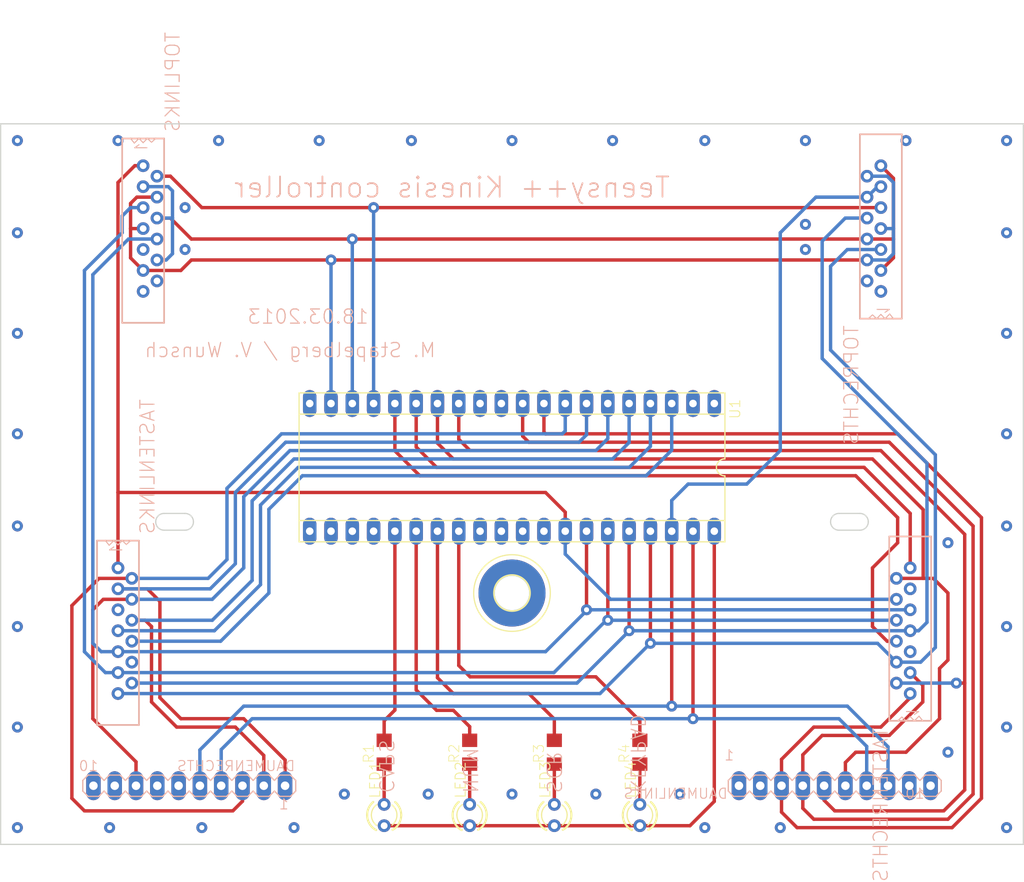
<source format=kicad_pcb>
(kicad_pcb (version 20171130) (host pcbnew "(5.0.0)")

  (general
    (thickness 1.6)
    (drawings 28)
    (tracks 337)
    (zones 0)
    (modules 17)
    (nets 34)
  )

  (page A4)
  (layers
    (0 Top signal)
    (1 Route2 signal)
    (2 Route3 signal)
    (3 Route4 signal)
    (4 Route5 signal)
    (5 Route6 signal)
    (6 Route7 signal)
    (7 Route8 signal)
    (8 Route9 signal)
    (9 Route10 signal)
    (10 Route11 signal)
    (11 Route12 signal)
    (12 Route13 signal)
    (13 Route14 signal)
    (14 Route15 signal)
    (31 Bottom signal)
    (32 B.Adhes user)
    (33 F.Adhes user)
    (34 B.Paste user)
    (35 F.Paste user)
    (36 B.SilkS user)
    (37 F.SilkS user)
    (38 B.Mask user)
    (39 F.Mask user)
    (40 Dwgs.User user)
    (41 Cmts.User user)
    (42 Eco1.User user)
    (43 Eco2.User user)
    (44 Edge.Cuts user)
    (45 Margin user)
    (46 B.CrtYd user)
    (47 F.CrtYd user)
    (48 B.Fab user)
    (49 F.Fab user)
  )

  (setup
    (last_trace_width 0.25)
    (trace_clearance 0.2)
    (zone_clearance 0.508)
    (zone_45_only no)
    (trace_min 0.2)
    (segment_width 0.2)
    (edge_width 0.15)
    (via_size 0.8)
    (via_drill 0.4)
    (via_min_size 0.4)
    (via_min_drill 0.3)
    (uvia_size 0.3)
    (uvia_drill 0.1)
    (uvias_allowed no)
    (uvia_min_size 0.2)
    (uvia_min_drill 0.1)
    (pcb_text_width 0.3)
    (pcb_text_size 1.5 1.5)
    (mod_edge_width 0.15)
    (mod_text_size 1 1)
    (mod_text_width 0.15)
    (pad_size 1.524 1.524)
    (pad_drill 0.762)
    (pad_to_mask_clearance 0.2)
    (aux_axis_origin 0 0)
    (visible_elements FFFFFF7F)
    (pcbplotparams
      (layerselection 0x010fc_ffffffff)
      (usegerberextensions false)
      (usegerberattributes false)
      (usegerberadvancedattributes false)
      (creategerberjobfile false)
      (excludeedgelayer true)
      (linewidth 0.100000)
      (plotframeref false)
      (viasonmask false)
      (mode 1)
      (useauxorigin false)
      (hpglpennumber 1)
      (hpglpenspeed 20)
      (hpglpendiameter 15.000000)
      (psnegative false)
      (psa4output false)
      (plotreference true)
      (plotvalue true)
      (plotinvisibletext false)
      (padsonsilk false)
      (subtractmaskfromsilk false)
      (outputformat 1)
      (mirror false)
      (drillshape 1)
      (scaleselection 1)
      (outputdirectory ""))
  )

  (net 0 "")
  (net 1 GND)
  (net 2 C0)
  (net 3 C1)
  (net 4 C3)
  (net 5 C6)
  (net 6 C2)
  (net 7 C5)
  (net 8 C4)
  (net 9 D2)
  (net 10 D3)
  (net 11 D4)
  (net 12 D5)
  (net 13 D6)
  (net 14 D7)
  (net 15 B0)
  (net 16 B1)
  (net 17 B2)
  (net 18 B4)
  (net 19 B5)
  (net 20 B6)
  (net 21 D0)
  (net 22 B3)
  (net 23 D1)
  (net 24 N$1)
  (net 25 N$7)
  (net 26 N$8)
  (net 27 N$9)
  (net 28 N$10)
  (net 29 N$11)
  (net 30 N$14)
  (net 31 N$15)
  (net 32 N$16)
  (net 33 N$17)

  (net_class Default "This is the default net class."
    (clearance 0.2)
    (trace_width 0.25)
    (via_dia 0.8)
    (via_drill 0.4)
    (uvia_dia 0.3)
    (uvia_drill 0.1)
    (add_net B0)
    (add_net B1)
    (add_net B2)
    (add_net B3)
    (add_net B4)
    (add_net B5)
    (add_net B6)
    (add_net C0)
    (add_net C1)
    (add_net C2)
    (add_net C3)
    (add_net C4)
    (add_net C5)
    (add_net C6)
    (add_net D0)
    (add_net D1)
    (add_net D2)
    (add_net D3)
    (add_net D4)
    (add_net D5)
    (add_net D6)
    (add_net D7)
    (add_net GND)
    (add_net N$1)
    (add_net N$10)
    (add_net N$11)
    (add_net N$14)
    (add_net N$15)
    (add_net N$16)
    (add_net N$17)
    (add_net N$7)
    (add_net N$8)
    (add_net N$9)
  )

  (module "" (layer Top) (tedit 0) (tstamp 0)
    (at 148.5011 86.5036)
    (fp_text reference @HOLE0 (at 0 0) (layer F.SilkS) hide
      (effects (font (size 1.27 1.27) (thickness 0.15)))
    )
    (fp_text value "" (at 0 0) (layer F.SilkS)
      (effects (font (size 1.27 1.27) (thickness 0.15)))
    )
    (pad "" np_thru_hole circle (at 0 0) (size 6.4 6.4) (drill 6.4) (layers *.Cu))
  )

  (module MA10-1 (layer Bottom) (tedit 0) (tstamp 5C6AFE3C)
    (at 110.0011 141.0036 180)
    (descr "<b>PIN HEADER</b>")
    (fp_text reference DAUMENRECHTS (at -12.7 1.651) (layer B.SilkS)
      (effects (font (size 1.2065 1.2065) (thickness 0.12065)) (justify left bottom mirror))
    )
    (fp_text value "" (at 1.27 -2.921) (layer B.Fab)
      (effects (font (size 1.2065 1.2065) (thickness 0.12065)) (justify left bottom mirror))
    )
    (fp_poly (pts (xy 8.636 -0.254) (xy 9.144 -0.254) (xy 9.144 0.254) (xy 8.636 0.254)) (layer B.Fab) (width 0))
    (fp_poly (pts (xy 11.176 -0.254) (xy 11.684 -0.254) (xy 11.684 0.254) (xy 11.176 0.254)) (layer B.Fab) (width 0))
    (fp_poly (pts (xy 6.096 -0.254) (xy 6.604 -0.254) (xy 6.604 0.254) (xy 6.096 0.254)) (layer B.Fab) (width 0))
    (fp_poly (pts (xy 3.556 -0.254) (xy 4.064 -0.254) (xy 4.064 0.254) (xy 3.556 0.254)) (layer B.Fab) (width 0))
    (fp_poly (pts (xy -1.524 -0.254) (xy -1.016 -0.254) (xy -1.016 0.254) (xy -1.524 0.254)) (layer B.Fab) (width 0))
    (fp_poly (pts (xy 1.016 -0.254) (xy 1.524 -0.254) (xy 1.524 0.254) (xy 1.016 0.254)) (layer B.Fab) (width 0))
    (fp_poly (pts (xy -4.064 -0.254) (xy -3.556 -0.254) (xy -3.556 0.254) (xy -4.064 0.254)) (layer B.Fab) (width 0))
    (fp_poly (pts (xy -6.604 -0.254) (xy -6.096 -0.254) (xy -6.096 0.254) (xy -6.604 0.254)) (layer B.Fab) (width 0))
    (fp_poly (pts (xy -11.684 -0.254) (xy -11.176 -0.254) (xy -11.176 0.254) (xy -11.684 0.254)) (layer B.Fab) (width 0))
    (fp_poly (pts (xy -9.144 -0.254) (xy -8.636 -0.254) (xy -8.636 0.254) (xy -9.144 0.254)) (layer B.Fab) (width 0))
    (fp_text user 10 (at 10.795 1.651 180) (layer B.SilkS)
      (effects (font (size 1.2065 1.2065) (thickness 0.127)) (justify left bottom mirror))
    )
    (fp_text user 1 (at -11.938 -2.921 180) (layer B.SilkS)
      (effects (font (size 1.2065 1.2065) (thickness 0.127)) (justify left bottom mirror))
    )
    (fp_line (start 12.7 0.635) (end 12.7 -0.635) (layer B.SilkS) (width 0.1524))
    (fp_line (start 9.525 -1.27) (end 8.255 -1.27) (layer B.SilkS) (width 0.1524))
    (fp_line (start 7.62 -0.635) (end 8.255 -1.27) (layer B.SilkS) (width 0.1524))
    (fp_line (start 8.255 1.27) (end 7.62 0.635) (layer B.SilkS) (width 0.1524))
    (fp_line (start 10.795 -1.27) (end 10.16 -0.635) (layer B.SilkS) (width 0.1524))
    (fp_line (start 12.065 -1.27) (end 10.795 -1.27) (layer B.SilkS) (width 0.1524))
    (fp_line (start 12.7 -0.635) (end 12.065 -1.27) (layer B.SilkS) (width 0.1524))
    (fp_line (start 12.065 1.27) (end 12.7 0.635) (layer B.SilkS) (width 0.1524))
    (fp_line (start 10.795 1.27) (end 12.065 1.27) (layer B.SilkS) (width 0.1524))
    (fp_line (start 10.16 0.635) (end 10.795 1.27) (layer B.SilkS) (width 0.1524))
    (fp_line (start 10.16 -0.635) (end 9.525 -1.27) (layer B.SilkS) (width 0.1524))
    (fp_line (start 9.525 1.27) (end 10.16 0.635) (layer B.SilkS) (width 0.1524))
    (fp_line (start 8.255 1.27) (end 9.525 1.27) (layer B.SilkS) (width 0.1524))
    (fp_line (start 6.985 -1.27) (end 5.715 -1.27) (layer B.SilkS) (width 0.1524))
    (fp_line (start 5.08 -0.635) (end 5.715 -1.27) (layer B.SilkS) (width 0.1524))
    (fp_line (start 5.715 1.27) (end 5.08 0.635) (layer B.SilkS) (width 0.1524))
    (fp_line (start 7.62 -0.635) (end 6.985 -1.27) (layer B.SilkS) (width 0.1524))
    (fp_line (start 6.985 1.27) (end 7.62 0.635) (layer B.SilkS) (width 0.1524))
    (fp_line (start 5.715 1.27) (end 6.985 1.27) (layer B.SilkS) (width 0.1524))
    (fp_line (start 3.175 -1.27) (end 2.54 -0.635) (layer B.SilkS) (width 0.1524))
    (fp_line (start 4.445 -1.27) (end 3.175 -1.27) (layer B.SilkS) (width 0.1524))
    (fp_line (start 5.08 -0.635) (end 4.445 -1.27) (layer B.SilkS) (width 0.1524))
    (fp_line (start 4.445 1.27) (end 5.08 0.635) (layer B.SilkS) (width 0.1524))
    (fp_line (start 3.175 1.27) (end 4.445 1.27) (layer B.SilkS) (width 0.1524))
    (fp_line (start 2.54 0.635) (end 3.175 1.27) (layer B.SilkS) (width 0.1524))
    (fp_line (start -0.635 -1.27) (end -1.905 -1.27) (layer B.SilkS) (width 0.1524))
    (fp_line (start -2.54 -0.635) (end -1.905 -1.27) (layer B.SilkS) (width 0.1524))
    (fp_line (start -1.905 1.27) (end -2.54 0.635) (layer B.SilkS) (width 0.1524))
    (fp_line (start 0.635 -1.27) (end 0 -0.635) (layer B.SilkS) (width 0.1524))
    (fp_line (start 1.905 -1.27) (end 0.635 -1.27) (layer B.SilkS) (width 0.1524))
    (fp_line (start 2.54 -0.635) (end 1.905 -1.27) (layer B.SilkS) (width 0.1524))
    (fp_line (start 1.905 1.27) (end 2.54 0.635) (layer B.SilkS) (width 0.1524))
    (fp_line (start 0.635 1.27) (end 1.905 1.27) (layer B.SilkS) (width 0.1524))
    (fp_line (start 0 0.635) (end 0.635 1.27) (layer B.SilkS) (width 0.1524))
    (fp_line (start 0 -0.635) (end -0.635 -1.27) (layer B.SilkS) (width 0.1524))
    (fp_line (start -0.635 1.27) (end 0 0.635) (layer B.SilkS) (width 0.1524))
    (fp_line (start -1.905 1.27) (end -0.635 1.27) (layer B.SilkS) (width 0.1524))
    (fp_line (start -3.175 -1.27) (end -4.445 -1.27) (layer B.SilkS) (width 0.1524))
    (fp_line (start -5.08 -0.635) (end -4.445 -1.27) (layer B.SilkS) (width 0.1524))
    (fp_line (start -4.445 1.27) (end -5.08 0.635) (layer B.SilkS) (width 0.1524))
    (fp_line (start -2.54 -0.635) (end -3.175 -1.27) (layer B.SilkS) (width 0.1524))
    (fp_line (start -3.175 1.27) (end -2.54 0.635) (layer B.SilkS) (width 0.1524))
    (fp_line (start -4.445 1.27) (end -3.175 1.27) (layer B.SilkS) (width 0.1524))
    (fp_line (start -6.985 -1.27) (end -7.62 -0.635) (layer B.SilkS) (width 0.1524))
    (fp_line (start -5.715 -1.27) (end -6.985 -1.27) (layer B.SilkS) (width 0.1524))
    (fp_line (start -5.08 -0.635) (end -5.715 -1.27) (layer B.SilkS) (width 0.1524))
    (fp_line (start -5.715 1.27) (end -5.08 0.635) (layer B.SilkS) (width 0.1524))
    (fp_line (start -6.985 1.27) (end -5.715 1.27) (layer B.SilkS) (width 0.1524))
    (fp_line (start -7.62 0.635) (end -6.985 1.27) (layer B.SilkS) (width 0.1524))
    (fp_line (start -10.795 -1.27) (end -12.065 -1.27) (layer B.SilkS) (width 0.1524))
    (fp_line (start -12.7 -0.635) (end -12.065 -1.27) (layer B.SilkS) (width 0.1524))
    (fp_line (start -12.065 1.27) (end -12.7 0.635) (layer B.SilkS) (width 0.1524))
    (fp_line (start -12.7 0.635) (end -12.7 -0.635) (layer B.SilkS) (width 0.1524))
    (fp_line (start -9.525 -1.27) (end -10.16 -0.635) (layer B.SilkS) (width 0.1524))
    (fp_line (start -8.255 -1.27) (end -9.525 -1.27) (layer B.SilkS) (width 0.1524))
    (fp_line (start -7.62 -0.635) (end -8.255 -1.27) (layer B.SilkS) (width 0.1524))
    (fp_line (start -8.255 1.27) (end -7.62 0.635) (layer B.SilkS) (width 0.1524))
    (fp_line (start -9.525 1.27) (end -8.255 1.27) (layer B.SilkS) (width 0.1524))
    (fp_line (start -10.16 0.635) (end -9.525 1.27) (layer B.SilkS) (width 0.1524))
    (fp_line (start -10.16 -0.635) (end -10.795 -1.27) (layer B.SilkS) (width 0.1524))
    (fp_line (start -10.795 1.27) (end -10.16 0.635) (layer B.SilkS) (width 0.1524))
    (fp_line (start -12.065 1.27) (end -10.795 1.27) (layer B.SilkS) (width 0.1524))
    (pad 10 thru_hole oval (at 11.43 0 90) (size 3.4544 1.7272) (drill 1.016) (layers *.Cu *.Mask)
      (solder_mask_margin 0.1016))
    (pad 9 thru_hole oval (at 8.89 0 90) (size 3.4544 1.7272) (drill 1.016) (layers *.Cu *.Mask)
      (solder_mask_margin 0.1016))
    (pad 8 thru_hole oval (at 6.35 0 90) (size 3.4544 1.7272) (drill 1.016) (layers *.Cu *.Mask)
      (net 10 D3) (solder_mask_margin 0.1016))
    (pad 7 thru_hole oval (at 3.81 0 90) (size 3.4544 1.7272) (drill 1.016) (layers *.Cu *.Mask)
      (solder_mask_margin 0.1016))
    (pad 6 thru_hole oval (at 1.27 0 90) (size 3.4544 1.7272) (drill 1.016) (layers *.Cu *.Mask)
      (solder_mask_margin 0.1016))
    (pad 5 thru_hole oval (at -1.27 0 90) (size 3.4544 1.7272) (drill 1.016) (layers *.Cu *.Mask)
      (net 19 B5) (solder_mask_margin 0.1016))
    (pad 4 thru_hole oval (at -3.81 0 90) (size 3.4544 1.7272) (drill 1.016) (layers *.Cu *.Mask)
      (net 20 B6) (solder_mask_margin 0.1016))
    (pad 3 thru_hole oval (at -6.35 0 90) (size 3.4544 1.7272) (drill 1.016) (layers *.Cu *.Mask)
      (net 12 D5) (solder_mask_margin 0.1016))
    (pad 2 thru_hole oval (at -8.89 0 90) (size 3.4544 1.7272) (drill 1.016) (layers *.Cu *.Mask)
      (net 9 D2) (solder_mask_margin 0.1016))
    (pad 1 thru_hole oval (at -11.43 0 90) (size 3.4544 1.7272) (drill 1.016) (layers *.Cu *.Mask)
      (net 11 D4) (solder_mask_margin 0.1016))
  )

  (module MA10-1 (layer Bottom) (tedit 0) (tstamp 5C6AFE93)
    (at 187.0011 141.0036)
    (descr "<b>PIN HEADER</b>")
    (fp_text reference DAUMENLINKS (at -12.7 1.651) (layer B.SilkS)
      (effects (font (size 1.2065 1.2065) (thickness 0.12065)) (justify left bottom mirror))
    )
    (fp_text value "" (at 1.27 -2.921) (layer B.Fab)
      (effects (font (size 1.2065 1.2065) (thickness 0.12065)) (justify right top mirror))
    )
    (fp_poly (pts (xy 8.636 -0.254) (xy 9.144 -0.254) (xy 9.144 0.254) (xy 8.636 0.254)) (layer B.Fab) (width 0))
    (fp_poly (pts (xy 11.176 -0.254) (xy 11.684 -0.254) (xy 11.684 0.254) (xy 11.176 0.254)) (layer B.Fab) (width 0))
    (fp_poly (pts (xy 6.096 -0.254) (xy 6.604 -0.254) (xy 6.604 0.254) (xy 6.096 0.254)) (layer B.Fab) (width 0))
    (fp_poly (pts (xy 3.556 -0.254) (xy 4.064 -0.254) (xy 4.064 0.254) (xy 3.556 0.254)) (layer B.Fab) (width 0))
    (fp_poly (pts (xy -1.524 -0.254) (xy -1.016 -0.254) (xy -1.016 0.254) (xy -1.524 0.254)) (layer B.Fab) (width 0))
    (fp_poly (pts (xy 1.016 -0.254) (xy 1.524 -0.254) (xy 1.524 0.254) (xy 1.016 0.254)) (layer B.Fab) (width 0))
    (fp_poly (pts (xy -4.064 -0.254) (xy -3.556 -0.254) (xy -3.556 0.254) (xy -4.064 0.254)) (layer B.Fab) (width 0))
    (fp_poly (pts (xy -6.604 -0.254) (xy -6.096 -0.254) (xy -6.096 0.254) (xy -6.604 0.254)) (layer B.Fab) (width 0))
    (fp_poly (pts (xy -11.684 -0.254) (xy -11.176 -0.254) (xy -11.176 0.254) (xy -11.684 0.254)) (layer B.Fab) (width 0))
    (fp_poly (pts (xy -9.144 -0.254) (xy -8.636 -0.254) (xy -8.636 0.254) (xy -9.144 0.254)) (layer B.Fab) (width 0))
    (fp_text user 10 (at 10.795 1.651) (layer B.SilkS)
      (effects (font (size 1.2065 1.2065) (thickness 0.127)) (justify left bottom mirror))
    )
    (fp_text user 1 (at -11.938 -2.921) (layer B.SilkS)
      (effects (font (size 1.2065 1.2065) (thickness 0.127)) (justify left bottom mirror))
    )
    (fp_line (start 12.7 0.635) (end 12.7 -0.635) (layer B.SilkS) (width 0.1524))
    (fp_line (start 9.525 -1.27) (end 8.255 -1.27) (layer B.SilkS) (width 0.1524))
    (fp_line (start 7.62 -0.635) (end 8.255 -1.27) (layer B.SilkS) (width 0.1524))
    (fp_line (start 8.255 1.27) (end 7.62 0.635) (layer B.SilkS) (width 0.1524))
    (fp_line (start 10.795 -1.27) (end 10.16 -0.635) (layer B.SilkS) (width 0.1524))
    (fp_line (start 12.065 -1.27) (end 10.795 -1.27) (layer B.SilkS) (width 0.1524))
    (fp_line (start 12.7 -0.635) (end 12.065 -1.27) (layer B.SilkS) (width 0.1524))
    (fp_line (start 12.065 1.27) (end 12.7 0.635) (layer B.SilkS) (width 0.1524))
    (fp_line (start 10.795 1.27) (end 12.065 1.27) (layer B.SilkS) (width 0.1524))
    (fp_line (start 10.16 0.635) (end 10.795 1.27) (layer B.SilkS) (width 0.1524))
    (fp_line (start 10.16 -0.635) (end 9.525 -1.27) (layer B.SilkS) (width 0.1524))
    (fp_line (start 9.525 1.27) (end 10.16 0.635) (layer B.SilkS) (width 0.1524))
    (fp_line (start 8.255 1.27) (end 9.525 1.27) (layer B.SilkS) (width 0.1524))
    (fp_line (start 6.985 -1.27) (end 5.715 -1.27) (layer B.SilkS) (width 0.1524))
    (fp_line (start 5.08 -0.635) (end 5.715 -1.27) (layer B.SilkS) (width 0.1524))
    (fp_line (start 5.715 1.27) (end 5.08 0.635) (layer B.SilkS) (width 0.1524))
    (fp_line (start 7.62 -0.635) (end 6.985 -1.27) (layer B.SilkS) (width 0.1524))
    (fp_line (start 6.985 1.27) (end 7.62 0.635) (layer B.SilkS) (width 0.1524))
    (fp_line (start 5.715 1.27) (end 6.985 1.27) (layer B.SilkS) (width 0.1524))
    (fp_line (start 3.175 -1.27) (end 2.54 -0.635) (layer B.SilkS) (width 0.1524))
    (fp_line (start 4.445 -1.27) (end 3.175 -1.27) (layer B.SilkS) (width 0.1524))
    (fp_line (start 5.08 -0.635) (end 4.445 -1.27) (layer B.SilkS) (width 0.1524))
    (fp_line (start 4.445 1.27) (end 5.08 0.635) (layer B.SilkS) (width 0.1524))
    (fp_line (start 3.175 1.27) (end 4.445 1.27) (layer B.SilkS) (width 0.1524))
    (fp_line (start 2.54 0.635) (end 3.175 1.27) (layer B.SilkS) (width 0.1524))
    (fp_line (start -0.635 -1.27) (end -1.905 -1.27) (layer B.SilkS) (width 0.1524))
    (fp_line (start -2.54 -0.635) (end -1.905 -1.27) (layer B.SilkS) (width 0.1524))
    (fp_line (start -1.905 1.27) (end -2.54 0.635) (layer B.SilkS) (width 0.1524))
    (fp_line (start 0.635 -1.27) (end 0 -0.635) (layer B.SilkS) (width 0.1524))
    (fp_line (start 1.905 -1.27) (end 0.635 -1.27) (layer B.SilkS) (width 0.1524))
    (fp_line (start 2.54 -0.635) (end 1.905 -1.27) (layer B.SilkS) (width 0.1524))
    (fp_line (start 1.905 1.27) (end 2.54 0.635) (layer B.SilkS) (width 0.1524))
    (fp_line (start 0.635 1.27) (end 1.905 1.27) (layer B.SilkS) (width 0.1524))
    (fp_line (start 0 0.635) (end 0.635 1.27) (layer B.SilkS) (width 0.1524))
    (fp_line (start 0 -0.635) (end -0.635 -1.27) (layer B.SilkS) (width 0.1524))
    (fp_line (start -0.635 1.27) (end 0 0.635) (layer B.SilkS) (width 0.1524))
    (fp_line (start -1.905 1.27) (end -0.635 1.27) (layer B.SilkS) (width 0.1524))
    (fp_line (start -3.175 -1.27) (end -4.445 -1.27) (layer B.SilkS) (width 0.1524))
    (fp_line (start -5.08 -0.635) (end -4.445 -1.27) (layer B.SilkS) (width 0.1524))
    (fp_line (start -4.445 1.27) (end -5.08 0.635) (layer B.SilkS) (width 0.1524))
    (fp_line (start -2.54 -0.635) (end -3.175 -1.27) (layer B.SilkS) (width 0.1524))
    (fp_line (start -3.175 1.27) (end -2.54 0.635) (layer B.SilkS) (width 0.1524))
    (fp_line (start -4.445 1.27) (end -3.175 1.27) (layer B.SilkS) (width 0.1524))
    (fp_line (start -6.985 -1.27) (end -7.62 -0.635) (layer B.SilkS) (width 0.1524))
    (fp_line (start -5.715 -1.27) (end -6.985 -1.27) (layer B.SilkS) (width 0.1524))
    (fp_line (start -5.08 -0.635) (end -5.715 -1.27) (layer B.SilkS) (width 0.1524))
    (fp_line (start -5.715 1.27) (end -5.08 0.635) (layer B.SilkS) (width 0.1524))
    (fp_line (start -6.985 1.27) (end -5.715 1.27) (layer B.SilkS) (width 0.1524))
    (fp_line (start -7.62 0.635) (end -6.985 1.27) (layer B.SilkS) (width 0.1524))
    (fp_line (start -10.795 -1.27) (end -12.065 -1.27) (layer B.SilkS) (width 0.1524))
    (fp_line (start -12.7 -0.635) (end -12.065 -1.27) (layer B.SilkS) (width 0.1524))
    (fp_line (start -12.065 1.27) (end -12.7 0.635) (layer B.SilkS) (width 0.1524))
    (fp_line (start -12.7 0.635) (end -12.7 -0.635) (layer B.SilkS) (width 0.1524))
    (fp_line (start -9.525 -1.27) (end -10.16 -0.635) (layer B.SilkS) (width 0.1524))
    (fp_line (start -8.255 -1.27) (end -9.525 -1.27) (layer B.SilkS) (width 0.1524))
    (fp_line (start -7.62 -0.635) (end -8.255 -1.27) (layer B.SilkS) (width 0.1524))
    (fp_line (start -8.255 1.27) (end -7.62 0.635) (layer B.SilkS) (width 0.1524))
    (fp_line (start -9.525 1.27) (end -8.255 1.27) (layer B.SilkS) (width 0.1524))
    (fp_line (start -10.16 0.635) (end -9.525 1.27) (layer B.SilkS) (width 0.1524))
    (fp_line (start -10.16 -0.635) (end -10.795 -1.27) (layer B.SilkS) (width 0.1524))
    (fp_line (start -10.795 1.27) (end -10.16 0.635) (layer B.SilkS) (width 0.1524))
    (fp_line (start -12.065 1.27) (end -10.795 1.27) (layer B.SilkS) (width 0.1524))
    (pad 10 thru_hole oval (at 11.43 0 270) (size 3.4544 1.7272) (drill 1.016) (layers *.Cu *.Mask)
      (solder_mask_margin 0.1016))
    (pad 9 thru_hole oval (at 8.89 0 270) (size 3.4544 1.7272) (drill 1.016) (layers *.Cu *.Mask)
      (solder_mask_margin 0.1016))
    (pad 8 thru_hole oval (at 6.35 0 270) (size 3.4544 1.7272) (drill 1.016) (layers *.Cu *.Mask)
      (net 19 B5) (solder_mask_margin 0.1016))
    (pad 7 thru_hole oval (at 3.81 0 270) (size 3.4544 1.7272) (drill 1.016) (layers *.Cu *.Mask)
      (net 20 B6) (solder_mask_margin 0.1016))
    (pad 6 thru_hole oval (at 1.27 0 270) (size 3.4544 1.7272) (drill 1.016) (layers *.Cu *.Mask)
      (net 3 C1) (solder_mask_margin 0.1016))
    (pad 5 thru_hole oval (at -1.27 0 270) (size 3.4544 1.7272) (drill 1.016) (layers *.Cu *.Mask)
      (net 2 C0) (solder_mask_margin 0.1016))
    (pad 4 thru_hole oval (at -3.81 0 270) (size 3.4544 1.7272) (drill 1.016) (layers *.Cu *.Mask)
      (net 14 D7) (solder_mask_margin 0.1016))
    (pad 3 thru_hole oval (at -6.35 0 270) (size 3.4544 1.7272) (drill 1.016) (layers *.Cu *.Mask)
      (net 13 D6) (solder_mask_margin 0.1016))
    (pad 2 thru_hole oval (at -8.89 0 270) (size 3.4544 1.7272) (drill 1.016) (layers *.Cu *.Mask)
      (solder_mask_margin 0.1016))
    (pad 1 thru_hole oval (at -11.43 0 270) (size 3.4544 1.7272) (drill 1.016) (layers *.Cu *.Mask)
      (solder_mask_margin 0.1016))
  )

  (module TEENSY++ (layer Top) (tedit 0) (tstamp 5C6AFEEA)
    (at 148.5011 103.0036 180)
    (descr "teensy ++")
    (fp_text reference U1 (at -25.908 8.255 90) (layer F.SilkS)
      (effects (font (size 1.2065 1.2065) (thickness 0.12065)) (justify right top))
    )
    (fp_text value C-TEENSY++ (at -22.225 4.445) (layer F.Fab)
      (effects (font (size 1.2065 1.2065) (thickness 0.12065)) (justify left bottom))
    )
    (fp_line (start -25.4 -6.35) (end 25.4 -6.35) (layer F.SilkS) (width 0.1524))
    (fp_line (start 25.4 6.35) (end 25.4 8.89) (layer F.SilkS) (width 0.1524))
    (fp_line (start -25.4 6.35) (end -25.4 1.016) (layer F.SilkS) (width 0.1524))
    (fp_line (start -25.4 6.35) (end 25.4 6.35) (layer F.SilkS) (width 0.1524))
    (fp_line (start 25.4 -6.35) (end 25.4 6.35) (layer F.SilkS) (width 0.1524))
    (fp_line (start -25.4 -6.35) (end -25.4 -1.016) (layer F.SilkS) (width 0.1524))
    (fp_arc (start -25.4 0) (end -25.4 -1.016) (angle 180) (layer F.SilkS) (width 0.1524))
    (fp_line (start -25.4 8.89) (end -25.4 6.35) (layer F.SilkS) (width 0.1524))
    (fp_line (start -25.4 -8.89) (end -25.4 -6.35) (layer F.SilkS) (width 0.1524))
    (fp_line (start 25.4 -8.89) (end 25.4 -6.35) (layer F.SilkS) (width 0.1524))
    (fp_line (start -25.4 8.89) (end 25.4 8.89) (layer F.SilkS) (width 0.1524))
    (fp_line (start 25.4 -8.89) (end -25.4 -8.89) (layer F.SilkS) (width 0.1524))
    (pad +5V thru_hole oval (at -24.13 -7.62 270) (size 3.2224 1.6112) (drill 0.9) (layers *.Cu *.Mask)
      (net 29 N$11) (solder_mask_margin 0.1016))
    (pad B6 thru_hole oval (at -21.59 -7.62 270) (size 3.2224 1.6112) (drill 0.9) (layers *.Cu *.Mask)
      (net 20 B6) (solder_mask_margin 0.1016))
    (pad B5 thru_hole oval (at -19.05 -7.62 270) (size 3.2224 1.6112) (drill 0.9) (layers *.Cu *.Mask)
      (net 19 B5) (solder_mask_margin 0.1016))
    (pad B4 thru_hole oval (at -16.51 -7.62 270) (size 3.2224 1.6112) (drill 0.9) (layers *.Cu *.Mask)
      (net 18 B4) (solder_mask_margin 0.1016))
    (pad B3 thru_hole oval (at -13.97 -7.62 270) (size 3.2224 1.6112) (drill 0.9) (layers *.Cu *.Mask)
      (net 22 B3) (solder_mask_margin 0.1016))
    (pad B2 thru_hole oval (at -11.43 -7.62 270) (size 3.2224 1.6112) (drill 0.9) (layers *.Cu *.Mask)
      (net 17 B2) (solder_mask_margin 0.1016))
    (pad B1 thru_hole oval (at -8.89 -7.62 270) (size 3.2224 1.6112) (drill 0.9) (layers *.Cu *.Mask)
      (net 16 B1) (solder_mask_margin 0.1016))
    (pad B0 thru_hole oval (at -6.35 -7.62 270) (size 3.2224 1.6112) (drill 0.9) (layers *.Cu *.Mask)
      (net 15 B0) (solder_mask_margin 0.1016))
    (pad E7 thru_hole oval (at -3.81 -7.62 270) (size 3.2224 1.6112) (drill 0.9) (layers *.Cu *.Mask)
      (solder_mask_margin 0.1016))
    (pad E6 thru_hole oval (at -1.27 -7.62 270) (size 3.2224 1.6112) (drill 0.9) (layers *.Cu *.Mask)
      (solder_mask_margin 0.1016))
    (pad GRND1 thru_hole oval (at 1.27 -7.62 270) (size 3.2224 1.6112) (drill 0.9) (layers *.Cu *.Mask)
      (net 1 GND) (solder_mask_margin 0.1016))
    (pad REF thru_hole oval (at 3.81 -7.62 270) (size 3.2224 1.6112) (drill 0.9) (layers *.Cu *.Mask)
      (solder_mask_margin 0.1016))
    (pad F0 thru_hole oval (at 6.35 -7.62 270) (size 3.2224 1.6112) (drill 0.9) (layers *.Cu *.Mask)
      (net 28 N$10) (solder_mask_margin 0.1016))
    (pad F1 thru_hole oval (at 8.89 -7.62 270) (size 3.2224 1.6112) (drill 0.9) (layers *.Cu *.Mask)
      (net 27 N$9) (solder_mask_margin 0.1016))
    (pad F2 thru_hole oval (at 11.43 -7.62 270) (size 3.2224 1.6112) (drill 0.9) (layers *.Cu *.Mask)
      (net 26 N$8) (solder_mask_margin 0.1016))
    (pad F3 thru_hole oval (at 13.97 -7.62 270) (size 3.2224 1.6112) (drill 0.9) (layers *.Cu *.Mask)
      (net 25 N$7) (solder_mask_margin 0.1016))
    (pad F4 thru_hole oval (at 16.51 -7.62 270) (size 3.2224 1.6112) (drill 0.9) (layers *.Cu *.Mask)
      (solder_mask_margin 0.1016))
    (pad F5 thru_hole oval (at 19.05 -7.62 270) (size 3.2224 1.6112) (drill 0.9) (layers *.Cu *.Mask)
      (solder_mask_margin 0.1016))
    (pad F6 thru_hole oval (at 21.59 -7.62 270) (size 3.2224 1.6112) (drill 0.9) (layers *.Cu *.Mask)
      (solder_mask_margin 0.1016))
    (pad F7 thru_hole oval (at 24.13 -7.62 270) (size 3.2224 1.6112) (drill 0.9) (layers *.Cu *.Mask)
      (solder_mask_margin 0.1016))
    (pad C7 thru_hole oval (at 24.13 7.62 270) (size 3.2224 1.6112) (drill 0.9) (layers *.Cu *.Mask)
      (solder_mask_margin 0.1016))
    (pad C6 thru_hole oval (at 21.59 7.62 270) (size 3.2224 1.6112) (drill 0.9) (layers *.Cu *.Mask)
      (net 5 C6) (solder_mask_margin 0.1016))
    (pad C5 thru_hole oval (at 19.05 7.62 270) (size 3.2224 1.6112) (drill 0.9) (layers *.Cu *.Mask)
      (net 7 C5) (solder_mask_margin 0.1016))
    (pad C4 thru_hole oval (at 16.51 7.62 270) (size 3.2224 1.6112) (drill 0.9) (layers *.Cu *.Mask)
      (net 8 C4) (solder_mask_margin 0.1016))
    (pad C3 thru_hole oval (at 13.97 7.62 270) (size 3.2224 1.6112) (drill 0.9) (layers *.Cu *.Mask)
      (net 4 C3) (solder_mask_margin 0.1016))
    (pad C2 thru_hole oval (at 11.43 7.62 270) (size 3.2224 1.6112) (drill 0.9) (layers *.Cu *.Mask)
      (net 6 C2) (solder_mask_margin 0.1016))
    (pad C1 thru_hole oval (at 8.89 7.62 270) (size 3.2224 1.6112) (drill 0.9) (layers *.Cu *.Mask)
      (net 3 C1) (solder_mask_margin 0.1016))
    (pad C0 thru_hole oval (at 6.35 7.62 270) (size 3.2224 1.6112) (drill 0.9) (layers *.Cu *.Mask)
      (net 2 C0) (solder_mask_margin 0.1016))
    (pad E1 thru_hole oval (at 3.81 7.62 270) (size 3.2224 1.6112) (drill 0.9) (layers *.Cu *.Mask)
      (solder_mask_margin 0.1016))
    (pad E0 thru_hole oval (at 1.27 7.62 270) (size 3.2224 1.6112) (drill 0.9) (layers *.Cu *.Mask)
      (solder_mask_margin 0.1016))
    (pad D7 thru_hole oval (at -1.27 7.62 270) (size 3.2224 1.6112) (drill 0.9) (layers *.Cu *.Mask)
      (net 14 D7) (solder_mask_margin 0.1016))
    (pad D6 thru_hole oval (at -3.81 7.62 270) (size 3.2224 1.6112) (drill 0.9) (layers *.Cu *.Mask)
      (net 13 D6) (solder_mask_margin 0.1016))
    (pad D5 thru_hole oval (at -6.35 7.62 270) (size 3.2224 1.6112) (drill 0.9) (layers *.Cu *.Mask)
      (net 12 D5) (solder_mask_margin 0.1016))
    (pad D4 thru_hole oval (at -8.89 7.62 270) (size 3.2224 1.6112) (drill 0.9) (layers *.Cu *.Mask)
      (net 11 D4) (solder_mask_margin 0.1016))
    (pad D1 thru_hole oval (at -16.51 7.62 270) (size 3.2224 1.6112) (drill 0.9) (layers *.Cu *.Mask)
      (net 23 D1) (solder_mask_margin 0.1016))
    (pad D0 thru_hole oval (at -19.05 7.62 270) (size 3.2224 1.6112) (drill 0.9) (layers *.Cu *.Mask)
      (net 21 D0) (solder_mask_margin 0.1016))
    (pad D3 thru_hole oval (at -11.43 7.62 270) (size 3.2224 1.6112) (drill 0.9) (layers *.Cu *.Mask)
      (net 10 D3) (solder_mask_margin 0.1016))
    (pad D2 thru_hole oval (at -13.97 7.62 270) (size 3.2224 1.6112) (drill 0.9) (layers *.Cu *.Mask)
      (net 9 D2) (solder_mask_margin 0.1016))
    (pad B7 thru_hole oval (at -21.59 7.62 270) (size 3.2224 1.6112) (drill 0.9) (layers *.Cu *.Mask)
      (solder_mask_margin 0.1016))
    (pad GND thru_hole oval (at -24.13 7.62 270) (size 3.2224 1.6112) (drill 0.9) (layers *.Cu *.Mask)
      (net 24 N$1) (solder_mask_margin 0.1016))
  )

  (module 39-53-2135 (layer Bottom) (tedit 0) (tstamp 5C6AFF21)
    (at 196.0011 122.5036 90)
    (descr "\"1.25 FPC CONN ASSY ZF 13\"")
    (fp_text reference TASTENRECHTS (at -11.4208 -2.5324 90) (layer B.SilkS)
      (effects (font (size 1.6891 1.6891) (thickness 0.135128)) (justify left bottom mirror))
    )
    (fp_text value 39-53-2355 (at -10.16 3.81 90) (layer B.Fab)
      (effects (font (size 1.6891 1.6891) (thickness 0.135128)) (justify left bottom mirror))
    )
    (fp_poly (pts (xy -10.75 -2.5) (xy 11.25 -2.5) (xy 11.25 2.5) (xy -10.75 2.5)) (layer Dwgs.User) (width 0))
    (fp_line (start 8.85 0.4) (end 9.15 1.25) (layer B.Fab) (width 0.1016))
    (fp_line (start -9.15 1.25) (end -8.85 0.4) (layer B.Fab) (width 0.1016))
    (fp_line (start 9.15 -0.2) (end 8.85 -0.2) (layer B.Fab) (width 0.1016))
    (fp_line (start 9.15 1.25) (end 9.15 -0.2) (layer B.Fab) (width 0.1016))
    (fp_line (start -9.15 1.25) (end 9.15 1.25) (layer B.Fab) (width 0.1016))
    (fp_line (start -9.15 -0.2) (end -9.15 1.25) (layer B.Fab) (width 0.1016))
    (fp_line (start -8.85 -0.2) (end -9.15 -0.2) (layer B.Fab) (width 0.1016))
    (fp_line (start -8.85 0.4) (end -8.85 -0.2) (layer B.Fab) (width 0.1016))
    (fp_line (start 8.85 0.4) (end -8.85 0.4) (layer B.Fab) (width 0.1016))
    (fp_line (start 8.85 -0.2) (end 8.85 0.4) (layer B.Fab) (width 0.1016))
    (fp_line (start -8.85 -0.2) (end 8.85 -0.2) (layer B.Fab) (width 0.1016))
    (fp_line (start -9.65 1) (end -9.65 -0.45) (layer B.SilkS) (width 0.127))
    (fp_line (start -10 0.5) (end -9.65 1) (layer B.SilkS) (width 0.127))
    (fp_line (start -10.2 1.05) (end -10.75 1.5) (layer B.SilkS) (width 0.127))
    (fp_line (start -10.75 0.5) (end -10.2 1.05) (layer B.SilkS) (width 0.127))
    (fp_line (start -10.25 0) (end -10.75 0.5) (layer B.SilkS) (width 0.127))
    (fp_line (start -10.75 -0.5) (end -10.25 0) (layer B.SilkS) (width 0.127))
    (fp_line (start -10.3 -1) (end -10.75 -0.5) (layer B.SilkS) (width 0.127))
    (fp_line (start -10.75 -1.5) (end -10.3 -1) (layer B.SilkS) (width 0.127))
    (fp_line (start -10.75 -1.5) (end -10.75 -2.5) (layer B.SilkS) (width 0.2032))
    (fp_line (start -10.75 -0.5) (end -10.75 -1.5) (layer B.SilkS) (width 0.2032))
    (fp_line (start -10.75 0.5) (end -10.75 -0.5) (layer B.SilkS) (width 0.2032))
    (fp_line (start -10.75 1.5) (end -10.75 0.5) (layer B.SilkS) (width 0.2032))
    (fp_line (start -10.75 2.5) (end -10.75 1.5) (layer B.SilkS) (width 0.2032))
    (fp_line (start 11.25 2.5) (end -10.75 2.5) (layer B.SilkS) (width 0.2032))
    (fp_line (start 11.25 -2.5) (end 11.25 2.5) (layer B.SilkS) (width 0.2032))
    (fp_line (start -10.75 -2.5) (end 11.25 -2.5) (layer B.SilkS) (width 0.2032))
    (pad P$12 thru_hole circle (at 6.25 -1.65 90) (size 1.5112 1.5112) (drill 0.8) (layers *.Cu *.Mask)
      (net 3 C1) (solder_mask_margin 0.1016))
    (pad P$10 thru_hole circle (at 3.75 -1.65 90) (size 1.5112 1.5112) (drill 0.8) (layers *.Cu *.Mask)
      (net 15 B0) (solder_mask_margin 0.1016))
    (pad P$8 thru_hole circle (at 1.25 -1.65 90) (size 1.5112 1.5112) (drill 0.8) (layers *.Cu *.Mask)
      (net 17 B2) (solder_mask_margin 0.1016))
    (pad P$6 thru_hole circle (at -1.25 -1.65 90) (size 1.5112 1.5112) (drill 0.8) (layers *.Cu *.Mask)
      (net 4 C3) (solder_mask_margin 0.1016))
    (pad P$4 thru_hole circle (at -3.75 -1.65 90) (size 1.5112 1.5112) (drill 0.8) (layers *.Cu *.Mask)
      (net 18 B4) (solder_mask_margin 0.1016))
    (pad P$2 thru_hole circle (at -6.25 -1.65 90) (size 1.5112 1.5112) (drill 0.8) (layers *.Cu *.Mask)
      (net 2 C0) (solder_mask_margin 0.1016))
    (pad P$13 thru_hole circle (at 7.5 0 90) (size 1.5112 1.5112) (drill 0.8) (layers *.Cu *.Mask)
      (net 6 C2) (solder_mask_margin 0.1016))
    (pad P$11 thru_hole circle (at 5 0 90) (size 1.5112 1.5112) (drill 0.8) (layers *.Cu *.Mask)
      (solder_mask_margin 0.1016))
    (pad P$9 thru_hole circle (at 2.5 0 90) (size 1.5112 1.5112) (drill 0.8) (layers *.Cu *.Mask)
      (net 16 B1) (solder_mask_margin 0.1016))
    (pad P$7 thru_hole circle (at 0 0 90) (size 1.5112 1.5112) (drill 0.8) (layers *.Cu *.Mask)
      (net 22 B3) (solder_mask_margin 0.1016))
    (pad P$5 thru_hole circle (at -2.5 0 90) (size 1.5112 1.5112) (drill 0.8) (layers *.Cu *.Mask)
      (solder_mask_margin 0.1016))
    (pad P$3 thru_hole circle (at -5 0 90) (size 1.5112 1.5112) (drill 0.8) (layers *.Cu *.Mask)
      (net 14 D7) (solder_mask_margin 0.1016))
    (pad P$1 thru_hole circle (at -7.5 0 90) (size 1.5112 1.5112) (drill 0.8) (layers *.Cu *.Mask)
      (net 13 D6) (solder_mask_margin 0.1016))
  )

  (module 39-53-2135 (layer Bottom) (tedit 0) (tstamp 5C6AFF4D)
    (at 192.5011 74.5036 90)
    (descr "\"1.25 FPC CONN ASSY ZF 13\"")
    (fp_text reference TOPRECHTS (at -11.4208 -2.5324 90) (layer B.SilkS)
      (effects (font (size 1.6891 1.6891) (thickness 0.135128)) (justify left bottom mirror))
    )
    (fp_text value 39-53-2355 (at -10.16 3.81 90) (layer B.Fab)
      (effects (font (size 1.6891 1.6891) (thickness 0.135128)) (justify left bottom mirror))
    )
    (fp_poly (pts (xy -10.75 -2.5) (xy 11.25 -2.5) (xy 11.25 2.5) (xy -10.75 2.5)) (layer Dwgs.User) (width 0))
    (fp_line (start 8.85 0.4) (end 9.15 1.25) (layer B.Fab) (width 0.1016))
    (fp_line (start -9.15 1.25) (end -8.85 0.4) (layer B.Fab) (width 0.1016))
    (fp_line (start 9.15 -0.2) (end 8.85 -0.2) (layer B.Fab) (width 0.1016))
    (fp_line (start 9.15 1.25) (end 9.15 -0.2) (layer B.Fab) (width 0.1016))
    (fp_line (start -9.15 1.25) (end 9.15 1.25) (layer B.Fab) (width 0.1016))
    (fp_line (start -9.15 -0.2) (end -9.15 1.25) (layer B.Fab) (width 0.1016))
    (fp_line (start -8.85 -0.2) (end -9.15 -0.2) (layer B.Fab) (width 0.1016))
    (fp_line (start -8.85 0.4) (end -8.85 -0.2) (layer B.Fab) (width 0.1016))
    (fp_line (start 8.85 0.4) (end -8.85 0.4) (layer B.Fab) (width 0.1016))
    (fp_line (start 8.85 -0.2) (end 8.85 0.4) (layer B.Fab) (width 0.1016))
    (fp_line (start -8.85 -0.2) (end 8.85 -0.2) (layer B.Fab) (width 0.1016))
    (fp_line (start -9.65 1) (end -9.65 -0.45) (layer B.SilkS) (width 0.127))
    (fp_line (start -10 0.5) (end -9.65 1) (layer B.SilkS) (width 0.127))
    (fp_line (start -10.2 1.05) (end -10.75 1.5) (layer B.SilkS) (width 0.127))
    (fp_line (start -10.75 0.5) (end -10.2 1.05) (layer B.SilkS) (width 0.127))
    (fp_line (start -10.25 0) (end -10.75 0.5) (layer B.SilkS) (width 0.127))
    (fp_line (start -10.75 -0.5) (end -10.25 0) (layer B.SilkS) (width 0.127))
    (fp_line (start -10.3 -1) (end -10.75 -0.5) (layer B.SilkS) (width 0.127))
    (fp_line (start -10.75 -1.5) (end -10.3 -1) (layer B.SilkS) (width 0.127))
    (fp_line (start -10.75 -1.5) (end -10.75 -2.5) (layer B.SilkS) (width 0.2032))
    (fp_line (start -10.75 -0.5) (end -10.75 -1.5) (layer B.SilkS) (width 0.2032))
    (fp_line (start -10.75 0.5) (end -10.75 -0.5) (layer B.SilkS) (width 0.2032))
    (fp_line (start -10.75 1.5) (end -10.75 0.5) (layer B.SilkS) (width 0.2032))
    (fp_line (start -10.75 2.5) (end -10.75 1.5) (layer B.SilkS) (width 0.2032))
    (fp_line (start 11.25 2.5) (end -10.75 2.5) (layer B.SilkS) (width 0.2032))
    (fp_line (start 11.25 -2.5) (end 11.25 2.5) (layer B.SilkS) (width 0.2032))
    (fp_line (start -10.75 -2.5) (end 11.25 -2.5) (layer B.SilkS) (width 0.2032))
    (pad P$12 thru_hole circle (at 6.25 -1.65 90) (size 1.5112 1.5112) (drill 0.8) (layers *.Cu *.Mask)
      (net 5 C6) (solder_mask_margin 0.1016))
    (pad P$10 thru_hole circle (at 3.75 -1.65 90) (size 1.5112 1.5112) (drill 0.8) (layers *.Cu *.Mask)
      (net 19 B5) (solder_mask_margin 0.1016))
    (pad P$8 thru_hole circle (at 1.25 -1.65 90) (size 1.5112 1.5112) (drill 0.8) (layers *.Cu *.Mask)
      (net 22 B3) (solder_mask_margin 0.1016))
    (pad P$6 thru_hole circle (at -1.25 -1.65 90) (size 1.5112 1.5112) (drill 0.8) (layers *.Cu *.Mask)
      (net 7 C5) (solder_mask_margin 0.1016))
    (pad P$4 thru_hole circle (at -3.75 -1.65 90) (size 1.5112 1.5112) (drill 0.8) (layers *.Cu *.Mask)
      (net 5 C6) (solder_mask_margin 0.1016))
    (pad P$2 thru_hole circle (at -6.25 -1.65 90) (size 1.5112 1.5112) (drill 0.8) (layers *.Cu *.Mask)
      (solder_mask_margin 0.1016))
    (pad P$13 thru_hole circle (at 7.5 0 90) (size 1.5112 1.5112) (drill 0.8) (layers *.Cu *.Mask)
      (net 7 C5) (solder_mask_margin 0.1016))
    (pad P$11 thru_hole circle (at 5 0 90) (size 1.5112 1.5112) (drill 0.8) (layers *.Cu *.Mask)
      (net 19 B5) (solder_mask_margin 0.1016))
    (pad P$9 thru_hole circle (at 2.5 0 90) (size 1.5112 1.5112) (drill 0.8) (layers *.Cu *.Mask)
      (net 8 C4) (solder_mask_margin 0.1016))
    (pad P$7 thru_hole circle (at 0 0 90) (size 1.5112 1.5112) (drill 0.8) (layers *.Cu *.Mask)
      (net 5 C6) (solder_mask_margin 0.1016))
    (pad P$5 thru_hole circle (at -2.5 0 90) (size 1.5112 1.5112) (drill 0.8) (layers *.Cu *.Mask)
      (net 18 B4) (solder_mask_margin 0.1016))
    (pad P$3 thru_hole circle (at -5 0 90) (size 1.5112 1.5112) (drill 0.8) (layers *.Cu *.Mask)
      (net 7 C5) (solder_mask_margin 0.1016))
    (pad P$1 thru_hole circle (at -7.5 0 90) (size 1.5112 1.5112) (drill 0.8) (layers *.Cu *.Mask)
      (solder_mask_margin 0.1016))
  )

  (module 39-53-2135 (layer Bottom) (tedit 0) (tstamp 5C6AFF79)
    (at 104.5011 74.5036 270)
    (descr "\"1.25 FPC CONN ASSY ZF 13\"")
    (fp_text reference TOPLINKS (at -11.4208 -2.5324 90) (layer B.SilkS)
      (effects (font (size 1.6891 1.6891) (thickness 0.135128)) (justify right top mirror))
    )
    (fp_text value 39-53-2355 (at -10.16 3.81 90) (layer B.Fab)
      (effects (font (size 1.6891 1.6891) (thickness 0.135128)) (justify right top mirror))
    )
    (fp_poly (pts (xy -10.75 -2.5) (xy 11.25 -2.5) (xy 11.25 2.5) (xy -10.75 2.5)) (layer Dwgs.User) (width 0))
    (fp_line (start 8.85 0.4) (end 9.15 1.25) (layer B.Fab) (width 0.1016))
    (fp_line (start -9.15 1.25) (end -8.85 0.4) (layer B.Fab) (width 0.1016))
    (fp_line (start 9.15 -0.2) (end 8.85 -0.2) (layer B.Fab) (width 0.1016))
    (fp_line (start 9.15 1.25) (end 9.15 -0.2) (layer B.Fab) (width 0.1016))
    (fp_line (start -9.15 1.25) (end 9.15 1.25) (layer B.Fab) (width 0.1016))
    (fp_line (start -9.15 -0.2) (end -9.15 1.25) (layer B.Fab) (width 0.1016))
    (fp_line (start -8.85 -0.2) (end -9.15 -0.2) (layer B.Fab) (width 0.1016))
    (fp_line (start -8.85 0.4) (end -8.85 -0.2) (layer B.Fab) (width 0.1016))
    (fp_line (start 8.85 0.4) (end -8.85 0.4) (layer B.Fab) (width 0.1016))
    (fp_line (start 8.85 -0.2) (end 8.85 0.4) (layer B.Fab) (width 0.1016))
    (fp_line (start -8.85 -0.2) (end 8.85 -0.2) (layer B.Fab) (width 0.1016))
    (fp_line (start -9.65 1) (end -9.65 -0.45) (layer B.SilkS) (width 0.127))
    (fp_line (start -10 0.5) (end -9.65 1) (layer B.SilkS) (width 0.127))
    (fp_line (start -10.2 1.05) (end -10.75 1.5) (layer B.SilkS) (width 0.127))
    (fp_line (start -10.75 0.5) (end -10.2 1.05) (layer B.SilkS) (width 0.127))
    (fp_line (start -10.25 0) (end -10.75 0.5) (layer B.SilkS) (width 0.127))
    (fp_line (start -10.75 -0.5) (end -10.25 0) (layer B.SilkS) (width 0.127))
    (fp_line (start -10.3 -1) (end -10.75 -0.5) (layer B.SilkS) (width 0.127))
    (fp_line (start -10.75 -1.5) (end -10.3 -1) (layer B.SilkS) (width 0.127))
    (fp_line (start -10.75 -1.5) (end -10.75 -2.5) (layer B.SilkS) (width 0.2032))
    (fp_line (start -10.75 -0.5) (end -10.75 -1.5) (layer B.SilkS) (width 0.2032))
    (fp_line (start -10.75 0.5) (end -10.75 -0.5) (layer B.SilkS) (width 0.2032))
    (fp_line (start -10.75 1.5) (end -10.75 0.5) (layer B.SilkS) (width 0.2032))
    (fp_line (start -10.75 2.5) (end -10.75 1.5) (layer B.SilkS) (width 0.2032))
    (fp_line (start 11.25 2.5) (end -10.75 2.5) (layer B.SilkS) (width 0.2032))
    (fp_line (start 11.25 -2.5) (end 11.25 2.5) (layer B.SilkS) (width 0.2032))
    (fp_line (start -10.75 -2.5) (end 11.25 -2.5) (layer B.SilkS) (width 0.2032))
    (pad P$12 thru_hole circle (at 6.25 -1.65 270) (size 1.5112 1.5112) (drill 0.8) (layers *.Cu *.Mask)
      (solder_mask_margin 0.1016))
    (pad P$10 thru_hole circle (at 3.75 -1.65 270) (size 1.5112 1.5112) (drill 0.8) (layers *.Cu *.Mask)
      (net 7 C5) (solder_mask_margin 0.1016))
    (pad P$8 thru_hole circle (at 1.25 -1.65 270) (size 1.5112 1.5112) (drill 0.8) (layers *.Cu *.Mask)
      (net 16 B1) (solder_mask_margin 0.1016))
    (pad P$6 thru_hole circle (at -1.25 -1.65 270) (size 1.5112 1.5112) (drill 0.8) (layers *.Cu *.Mask)
      (net 7 C5) (solder_mask_margin 0.1016))
    (pad P$4 thru_hole circle (at -3.75 -1.65 270) (size 1.5112 1.5112) (drill 0.8) (layers *.Cu *.Mask)
      (net 5 C6) (solder_mask_margin 0.1016))
    (pad P$2 thru_hole circle (at -6.25 -1.65 270) (size 1.5112 1.5112) (drill 0.8) (layers *.Cu *.Mask)
      (net 8 C4) (solder_mask_margin 0.1016))
    (pad P$13 thru_hole circle (at 7.5 0 270) (size 1.5112 1.5112) (drill 0.8) (layers *.Cu *.Mask)
      (solder_mask_margin 0.1016))
    (pad P$11 thru_hole circle (at 5 0 270) (size 1.5112 1.5112) (drill 0.8) (layers *.Cu *.Mask)
      (net 5 C6) (solder_mask_margin 0.1016))
    (pad P$9 thru_hole circle (at 2.5 0 270) (size 1.5112 1.5112) (drill 0.8) (layers *.Cu *.Mask)
      (solder_mask_margin 0.1016))
    (pad P$7 thru_hole circle (at 0 0 270) (size 1.5112 1.5112) (drill 0.8) (layers *.Cu *.Mask)
      (net 5 C6) (solder_mask_margin 0.1016))
    (pad P$5 thru_hole circle (at -2.5 0 270) (size 1.5112 1.5112) (drill 0.8) (layers *.Cu *.Mask)
      (net 17 B2) (solder_mask_margin 0.1016))
    (pad P$3 thru_hole circle (at -5 0 270) (size 1.5112 1.5112) (drill 0.8) (layers *.Cu *.Mask)
      (net 7 C5) (solder_mask_margin 0.1016))
    (pad P$1 thru_hole circle (at -7.5 0 270) (size 1.5112 1.5112) (drill 0.8) (layers *.Cu *.Mask)
      (net 15 B0) (solder_mask_margin 0.1016))
  )

  (module 39-53-2135 (layer Bottom) (tedit 0) (tstamp 5C6AFFA5)
    (at 101.5011 122.5036 270)
    (descr "\"1.25 FPC CONN ASSY ZF 13\"")
    (fp_text reference TASTENLINKS (at -11.4208 -2.5324 90) (layer B.SilkS)
      (effects (font (size 1.6891 1.6891) (thickness 0.135128)) (justify right top mirror))
    )
    (fp_text value 39-53-2355 (at -10.16 3.81 90) (layer B.Fab)
      (effects (font (size 1.6891 1.6891) (thickness 0.135128)) (justify right top mirror))
    )
    (fp_poly (pts (xy -10.75 -2.5) (xy 11.25 -2.5) (xy 11.25 2.5) (xy -10.75 2.5)) (layer Dwgs.User) (width 0))
    (fp_line (start 8.85 0.4) (end 9.15 1.25) (layer B.Fab) (width 0.1016))
    (fp_line (start -9.15 1.25) (end -8.85 0.4) (layer B.Fab) (width 0.1016))
    (fp_line (start 9.15 -0.2) (end 8.85 -0.2) (layer B.Fab) (width 0.1016))
    (fp_line (start 9.15 1.25) (end 9.15 -0.2) (layer B.Fab) (width 0.1016))
    (fp_line (start -9.15 1.25) (end 9.15 1.25) (layer B.Fab) (width 0.1016))
    (fp_line (start -9.15 -0.2) (end -9.15 1.25) (layer B.Fab) (width 0.1016))
    (fp_line (start -8.85 -0.2) (end -9.15 -0.2) (layer B.Fab) (width 0.1016))
    (fp_line (start -8.85 0.4) (end -8.85 -0.2) (layer B.Fab) (width 0.1016))
    (fp_line (start 8.85 0.4) (end -8.85 0.4) (layer B.Fab) (width 0.1016))
    (fp_line (start 8.85 -0.2) (end 8.85 0.4) (layer B.Fab) (width 0.1016))
    (fp_line (start -8.85 -0.2) (end 8.85 -0.2) (layer B.Fab) (width 0.1016))
    (fp_line (start -9.65 1) (end -9.65 -0.45) (layer B.SilkS) (width 0.127))
    (fp_line (start -10 0.5) (end -9.65 1) (layer B.SilkS) (width 0.127))
    (fp_line (start -10.2 1.05) (end -10.75 1.5) (layer B.SilkS) (width 0.127))
    (fp_line (start -10.75 0.5) (end -10.2 1.05) (layer B.SilkS) (width 0.127))
    (fp_line (start -10.25 0) (end -10.75 0.5) (layer B.SilkS) (width 0.127))
    (fp_line (start -10.75 -0.5) (end -10.25 0) (layer B.SilkS) (width 0.127))
    (fp_line (start -10.3 -1) (end -10.75 -0.5) (layer B.SilkS) (width 0.127))
    (fp_line (start -10.75 -1.5) (end -10.3 -1) (layer B.SilkS) (width 0.127))
    (fp_line (start -10.75 -1.5) (end -10.75 -2.5) (layer B.SilkS) (width 0.2032))
    (fp_line (start -10.75 -0.5) (end -10.75 -1.5) (layer B.SilkS) (width 0.2032))
    (fp_line (start -10.75 0.5) (end -10.75 -0.5) (layer B.SilkS) (width 0.2032))
    (fp_line (start -10.75 1.5) (end -10.75 0.5) (layer B.SilkS) (width 0.2032))
    (fp_line (start -10.75 2.5) (end -10.75 1.5) (layer B.SilkS) (width 0.2032))
    (fp_line (start 11.25 2.5) (end -10.75 2.5) (layer B.SilkS) (width 0.2032))
    (fp_line (start 11.25 -2.5) (end 11.25 2.5) (layer B.SilkS) (width 0.2032))
    (fp_line (start -10.75 -2.5) (end 11.25 -2.5) (layer B.SilkS) (width 0.2032))
    (pad P$12 thru_hole circle (at 6.25 -1.65 270) (size 1.5112 1.5112) (drill 0.8) (layers *.Cu *.Mask)
      (net 22 B3) (solder_mask_margin 0.1016))
    (pad P$10 thru_hole circle (at 3.75 -1.65 270) (size 1.5112 1.5112) (drill 0.8) (layers *.Cu *.Mask)
      (solder_mask_margin 0.1016))
    (pad P$8 thru_hole circle (at 1.25 -1.65 270) (size 1.5112 1.5112) (drill 0.8) (layers *.Cu *.Mask)
      (net 21 D0) (solder_mask_margin 0.1016))
    (pad P$6 thru_hole circle (at -1.25 -1.65 270) (size 1.5112 1.5112) (drill 0.8) (layers *.Cu *.Mask)
      (net 9 D2) (solder_mask_margin 0.1016))
    (pad P$4 thru_hole circle (at -3.75 -1.65 270) (size 1.5112 1.5112) (drill 0.8) (layers *.Cu *.Mask)
      (net 10 D3) (solder_mask_margin 0.1016))
    (pad P$2 thru_hole circle (at -6.25 -1.65 270) (size 1.5112 1.5112) (drill 0.8) (layers *.Cu *.Mask)
      (net 12 D5) (solder_mask_margin 0.1016))
    (pad P$13 thru_hole circle (at 7.5 0 270) (size 1.5112 1.5112) (drill 0.8) (layers *.Cu *.Mask)
      (net 18 B4) (solder_mask_margin 0.1016))
    (pad P$11 thru_hole circle (at 5 0 270) (size 1.5112 1.5112) (drill 0.8) (layers *.Cu *.Mask)
      (net 17 B2) (solder_mask_margin 0.1016))
    (pad P$9 thru_hole circle (at 2.5 0 270) (size 1.5112 1.5112) (drill 0.8) (layers *.Cu *.Mask)
      (net 16 B1) (solder_mask_margin 0.1016))
    (pad P$7 thru_hole circle (at 0 0 270) (size 1.5112 1.5112) (drill 0.8) (layers *.Cu *.Mask)
      (net 23 D1) (solder_mask_margin 0.1016))
    (pad P$5 thru_hole circle (at -2.5 0 270) (size 1.5112 1.5112) (drill 0.8) (layers *.Cu *.Mask)
      (solder_mask_margin 0.1016))
    (pad P$3 thru_hole circle (at -5 0 270) (size 1.5112 1.5112) (drill 0.8) (layers *.Cu *.Mask)
      (net 11 D4) (solder_mask_margin 0.1016))
    (pad P$1 thru_hole circle (at -7.5 0 270) (size 1.5112 1.5112) (drill 0.8) (layers *.Cu *.Mask)
      (net 15 B0) (solder_mask_margin 0.1016))
  )

  (module LED3MM (layer Top) (tedit 0) (tstamp 5C6AFFD1)
    (at 133.2511 144.5036 90)
    (descr "<B>LED</B><p>\n3 mm, round")
    (fp_text reference LED1 (at 1.905 -0.381 90) (layer F.SilkS)
      (effects (font (size 1.2065 1.2065) (thickness 0.12065)) (justify left bottom))
    )
    (fp_text value "" (at 1.905 1.651 90) (layer F.Fab)
      (effects (font (size 1.2065 1.2065) (thickness 0.12065)) (justify left bottom))
    )
    (fp_arc (start 0 0.000083) (end -2.032 0) (angle -31.60822) (layer F.Fab) (width 0.254))
    (fp_arc (start 0 0.000002) (end -2.032 0) (angle 28.301701) (layer F.Fab) (width 0.254))
    (fp_arc (start -0.000056 0) (end -1.7643 1.0082) (angle -60.255215) (layer F.SilkS) (width 0.254))
    (fp_arc (start 0.000037 0) (end 0 2.032) (angle -49.763022) (layer F.SilkS) (width 0.254))
    (fp_arc (start 0.00006 0) (end -1.7929 -0.9562) (angle 61.926949) (layer F.SilkS) (width 0.254))
    (fp_arc (start 0.000012 0) (end 0 -2.032) (angle 50.193108) (layer F.SilkS) (width 0.254))
    (fp_arc (start 0 0) (end 0 1.016) (angle -90) (layer F.Fab) (width 0.1524))
    (fp_arc (start 0 0) (end 0 0.635) (angle -90) (layer F.Fab) (width 0.1524))
    (fp_arc (start 0 0) (end -1.016 0) (angle 90) (layer F.Fab) (width 0.1524))
    (fp_arc (start 0 0) (end -0.635 0) (angle 90) (layer F.Fab) (width 0.1524))
    (fp_arc (start 0.000008 0) (end -1.203 0.9356) (angle -52.126876) (layer F.SilkS) (width 0.1524))
    (fp_arc (start -0.000008 0) (end 0 1.524) (angle -52.126876) (layer F.SilkS) (width 0.1524))
    (fp_arc (start 0 0) (end -1.2192 -0.9144) (angle 53.130102) (layer F.SilkS) (width 0.1524))
    (fp_arc (start -0.000034 0) (end 0 -1.524) (angle 54.461337) (layer F.SilkS) (width 0.1524))
    (fp_arc (start 0 -0.000004) (end 1.1708 0.9756) (angle -39.80361) (layer F.Fab) (width 0.1524))
    (fp_arc (start 0 0.000014) (end 1.1571 -0.9918) (angle 40.601165) (layer F.Fab) (width 0.1524))
    (fp_arc (start 0 0.000063) (end -1.524 0) (angle -41.633208) (layer F.Fab) (width 0.1524))
    (fp_arc (start 0 0.000004) (end -1.524 0) (angle 39.80361) (layer F.Fab) (width 0.1524))
    (fp_line (start 1.5748 1.27) (end 1.5748 -1.27) (layer F.Fab) (width 0.254))
    (pad K thru_hole circle (at 1.27 0 90) (size 1.524 1.524) (drill 0.8128) (layers *.Cu *.Mask)
      (net 33 N$17) (solder_mask_margin 0.1016))
    (pad A thru_hole circle (at -1.27 0 90) (size 1.524 1.524) (drill 0.8128) (layers *.Cu *.Mask)
      (net 29 N$11) (solder_mask_margin 0.1016))
  )

  (module LED3MM (layer Top) (tedit 0) (tstamp 5C6AFFE9)
    (at 143.4511 144.5036 90)
    (descr "<B>LED</B><p>\n3 mm, round")
    (fp_text reference LED2 (at 1.905 -0.381 90) (layer F.SilkS)
      (effects (font (size 1.2065 1.2065) (thickness 0.12065)) (justify left bottom))
    )
    (fp_text value "" (at 1.905 1.651 90) (layer F.Fab)
      (effects (font (size 1.2065 1.2065) (thickness 0.12065)) (justify left bottom))
    )
    (fp_arc (start 0 0.000083) (end -2.032 0) (angle -31.60822) (layer F.Fab) (width 0.254))
    (fp_arc (start 0 0.000002) (end -2.032 0) (angle 28.301701) (layer F.Fab) (width 0.254))
    (fp_arc (start -0.000056 0) (end -1.7643 1.0082) (angle -60.255215) (layer F.SilkS) (width 0.254))
    (fp_arc (start 0.000037 0) (end 0 2.032) (angle -49.763022) (layer F.SilkS) (width 0.254))
    (fp_arc (start 0.00006 0) (end -1.7929 -0.9562) (angle 61.926949) (layer F.SilkS) (width 0.254))
    (fp_arc (start 0.000012 0) (end 0 -2.032) (angle 50.193108) (layer F.SilkS) (width 0.254))
    (fp_arc (start 0 0) (end 0 1.016) (angle -90) (layer F.Fab) (width 0.1524))
    (fp_arc (start 0 0) (end 0 0.635) (angle -90) (layer F.Fab) (width 0.1524))
    (fp_arc (start 0 0) (end -1.016 0) (angle 90) (layer F.Fab) (width 0.1524))
    (fp_arc (start 0 0) (end -0.635 0) (angle 90) (layer F.Fab) (width 0.1524))
    (fp_arc (start 0.000008 0) (end -1.203 0.9356) (angle -52.126876) (layer F.SilkS) (width 0.1524))
    (fp_arc (start -0.000008 0) (end 0 1.524) (angle -52.126876) (layer F.SilkS) (width 0.1524))
    (fp_arc (start 0 0) (end -1.2192 -0.9144) (angle 53.130102) (layer F.SilkS) (width 0.1524))
    (fp_arc (start -0.000034 0) (end 0 -1.524) (angle 54.461337) (layer F.SilkS) (width 0.1524))
    (fp_arc (start 0 -0.000004) (end 1.1708 0.9756) (angle -39.80361) (layer F.Fab) (width 0.1524))
    (fp_arc (start 0 0.000014) (end 1.1571 -0.9918) (angle 40.601165) (layer F.Fab) (width 0.1524))
    (fp_arc (start 0 0.000063) (end -1.524 0) (angle -41.633208) (layer F.Fab) (width 0.1524))
    (fp_arc (start 0 0.000004) (end -1.524 0) (angle 39.80361) (layer F.Fab) (width 0.1524))
    (fp_line (start 1.5748 1.27) (end 1.5748 -1.27) (layer F.Fab) (width 0.254))
    (pad K thru_hole circle (at 1.27 0 90) (size 1.524 1.524) (drill 0.8128) (layers *.Cu *.Mask)
      (net 32 N$16) (solder_mask_margin 0.1016))
    (pad A thru_hole circle (at -1.27 0 90) (size 1.524 1.524) (drill 0.8128) (layers *.Cu *.Mask)
      (net 29 N$11) (solder_mask_margin 0.1016))
  )

  (module LED3MM (layer Top) (tedit 0) (tstamp 5C6B0001)
    (at 153.5511 144.5036 90)
    (descr "<B>LED</B><p>\n3 mm, round")
    (fp_text reference LED3 (at 1.905 -0.381 90) (layer F.SilkS)
      (effects (font (size 1.2065 1.2065) (thickness 0.12065)) (justify left bottom))
    )
    (fp_text value "" (at 1.905 1.651 90) (layer F.Fab)
      (effects (font (size 1.2065 1.2065) (thickness 0.12065)) (justify left bottom))
    )
    (fp_arc (start 0 0.000083) (end -2.032 0) (angle -31.60822) (layer F.Fab) (width 0.254))
    (fp_arc (start 0 0.000002) (end -2.032 0) (angle 28.301701) (layer F.Fab) (width 0.254))
    (fp_arc (start -0.000056 0) (end -1.7643 1.0082) (angle -60.255215) (layer F.SilkS) (width 0.254))
    (fp_arc (start 0.000037 0) (end 0 2.032) (angle -49.763022) (layer F.SilkS) (width 0.254))
    (fp_arc (start 0.00006 0) (end -1.7929 -0.9562) (angle 61.926949) (layer F.SilkS) (width 0.254))
    (fp_arc (start 0.000012 0) (end 0 -2.032) (angle 50.193108) (layer F.SilkS) (width 0.254))
    (fp_arc (start 0 0) (end 0 1.016) (angle -90) (layer F.Fab) (width 0.1524))
    (fp_arc (start 0 0) (end 0 0.635) (angle -90) (layer F.Fab) (width 0.1524))
    (fp_arc (start 0 0) (end -1.016 0) (angle 90) (layer F.Fab) (width 0.1524))
    (fp_arc (start 0 0) (end -0.635 0) (angle 90) (layer F.Fab) (width 0.1524))
    (fp_arc (start 0.000008 0) (end -1.203 0.9356) (angle -52.126876) (layer F.SilkS) (width 0.1524))
    (fp_arc (start -0.000008 0) (end 0 1.524) (angle -52.126876) (layer F.SilkS) (width 0.1524))
    (fp_arc (start 0 0) (end -1.2192 -0.9144) (angle 53.130102) (layer F.SilkS) (width 0.1524))
    (fp_arc (start -0.000034 0) (end 0 -1.524) (angle 54.461337) (layer F.SilkS) (width 0.1524))
    (fp_arc (start 0 -0.000004) (end 1.1708 0.9756) (angle -39.80361) (layer F.Fab) (width 0.1524))
    (fp_arc (start 0 0.000014) (end 1.1571 -0.9918) (angle 40.601165) (layer F.Fab) (width 0.1524))
    (fp_arc (start 0 0.000063) (end -1.524 0) (angle -41.633208) (layer F.Fab) (width 0.1524))
    (fp_arc (start 0 0.000004) (end -1.524 0) (angle 39.80361) (layer F.Fab) (width 0.1524))
    (fp_line (start 1.5748 1.27) (end 1.5748 -1.27) (layer F.Fab) (width 0.254))
    (pad K thru_hole circle (at 1.27 0 90) (size 1.524 1.524) (drill 0.8128) (layers *.Cu *.Mask)
      (net 31 N$15) (solder_mask_margin 0.1016))
    (pad A thru_hole circle (at -1.27 0 90) (size 1.524 1.524) (drill 0.8128) (layers *.Cu *.Mask)
      (net 29 N$11) (solder_mask_margin 0.1016))
  )

  (module LED3MM (layer Top) (tedit 0) (tstamp 5C6B0019)
    (at 163.7511 144.5036 90)
    (descr "<B>LED</B><p>\n3 mm, round")
    (fp_text reference LED4 (at 1.905 -0.381 90) (layer F.SilkS)
      (effects (font (size 1.2065 1.2065) (thickness 0.12065)) (justify left bottom))
    )
    (fp_text value "" (at 1.905 1.651 90) (layer F.Fab)
      (effects (font (size 1.2065 1.2065) (thickness 0.12065)) (justify left bottom))
    )
    (fp_arc (start 0 0.000083) (end -2.032 0) (angle -31.60822) (layer F.Fab) (width 0.254))
    (fp_arc (start 0 0.000002) (end -2.032 0) (angle 28.301701) (layer F.Fab) (width 0.254))
    (fp_arc (start -0.000056 0) (end -1.7643 1.0082) (angle -60.255215) (layer F.SilkS) (width 0.254))
    (fp_arc (start 0.000037 0) (end 0 2.032) (angle -49.763022) (layer F.SilkS) (width 0.254))
    (fp_arc (start 0.00006 0) (end -1.7929 -0.9562) (angle 61.926949) (layer F.SilkS) (width 0.254))
    (fp_arc (start 0.000012 0) (end 0 -2.032) (angle 50.193108) (layer F.SilkS) (width 0.254))
    (fp_arc (start 0 0) (end 0 1.016) (angle -90) (layer F.Fab) (width 0.1524))
    (fp_arc (start 0 0) (end 0 0.635) (angle -90) (layer F.Fab) (width 0.1524))
    (fp_arc (start 0 0) (end -1.016 0) (angle 90) (layer F.Fab) (width 0.1524))
    (fp_arc (start 0 0) (end -0.635 0) (angle 90) (layer F.Fab) (width 0.1524))
    (fp_arc (start 0.000008 0) (end -1.203 0.9356) (angle -52.126876) (layer F.SilkS) (width 0.1524))
    (fp_arc (start -0.000008 0) (end 0 1.524) (angle -52.126876) (layer F.SilkS) (width 0.1524))
    (fp_arc (start 0 0) (end -1.2192 -0.9144) (angle 53.130102) (layer F.SilkS) (width 0.1524))
    (fp_arc (start -0.000034 0) (end 0 -1.524) (angle 54.461337) (layer F.SilkS) (width 0.1524))
    (fp_arc (start 0 -0.000004) (end 1.1708 0.9756) (angle -39.80361) (layer F.Fab) (width 0.1524))
    (fp_arc (start 0 0.000014) (end 1.1571 -0.9918) (angle 40.601165) (layer F.Fab) (width 0.1524))
    (fp_arc (start 0 0.000063) (end -1.524 0) (angle -41.633208) (layer F.Fab) (width 0.1524))
    (fp_arc (start 0 0.000004) (end -1.524 0) (angle 39.80361) (layer F.Fab) (width 0.1524))
    (fp_line (start 1.5748 1.27) (end 1.5748 -1.27) (layer F.Fab) (width 0.254))
    (pad K thru_hole circle (at 1.27 0 90) (size 1.524 1.524) (drill 0.8128) (layers *.Cu *.Mask)
      (net 30 N$14) (solder_mask_margin 0.1016))
    (pad A thru_hole circle (at -1.27 0 90) (size 1.524 1.524) (drill 0.8128) (layers *.Cu *.Mask)
      (net 29 N$11) (solder_mask_margin 0.1016))
  )

  (module R1206 (layer Top) (tedit 0) (tstamp 5C6B0031)
    (at 133.2511 137.0036 90)
    (descr "<b>RESISTOR</b><p>\nchip")
    (fp_text reference R1 (at -1.397 -1.143 90) (layer F.SilkS)
      (effects (font (size 1.2065 1.2065) (thickness 0.09652)) (justify left bottom))
    )
    (fp_text value "" (at -1.397 2.413 90) (layer F.Fab)
      (effects (font (size 1.2065 1.2065) (thickness 0.09652)) (justify left bottom))
    )
    (fp_poly (pts (xy -0.3 0.7) (xy 0.3 0.7) (xy 0.3 -0.7) (xy -0.3 -0.7)) (layer F.Adhes) (width 0))
    (fp_poly (pts (xy 0.9525 0.8763) (xy 1.6891 0.8763) (xy 1.6891 -0.8763) (xy 0.9525 -0.8763)) (layer F.Fab) (width 0))
    (fp_poly (pts (xy -1.6891 0.8763) (xy -0.9525 0.8763) (xy -0.9525 -0.8763) (xy -1.6891 -0.8763)) (layer F.Fab) (width 0))
    (fp_line (start -2.473 0.983) (end -2.473 -0.983) (layer Dwgs.User) (width 0.0508))
    (fp_line (start 2.473 0.983) (end -2.473 0.983) (layer Dwgs.User) (width 0.0508))
    (fp_line (start 2.473 -0.983) (end 2.473 0.983) (layer Dwgs.User) (width 0.0508))
    (fp_line (start -2.473 -0.983) (end 2.473 -0.983) (layer Dwgs.User) (width 0.0508))
    (fp_line (start 0.9525 -0.8128) (end -0.9652 -0.8128) (layer F.Fab) (width 0.1524))
    (fp_line (start 0.9525 0.8128) (end -0.9652 0.8128) (layer F.Fab) (width 0.1524))
    (pad 2 smd rect (at 1.422 0 90) (size 1.6 1.803) (layers Top F.Paste F.Mask)
      (net 25 N$7) (solder_mask_margin 0.1016))
    (pad 1 smd rect (at -1.422 0 90) (size 1.6 1.803) (layers Top F.Paste F.Mask)
      (net 33 N$17) (solder_mask_margin 0.1016))
  )

  (module R1206 (layer Top) (tedit 0) (tstamp 5C6B003F)
    (at 143.4511 137.0036 90)
    (descr "<b>RESISTOR</b><p>\nchip")
    (fp_text reference R2 (at -1.397 -1.143 90) (layer F.SilkS)
      (effects (font (size 1.2065 1.2065) (thickness 0.09652)) (justify left bottom))
    )
    (fp_text value "" (at -1.397 2.413 90) (layer F.Fab)
      (effects (font (size 1.2065 1.2065) (thickness 0.09652)) (justify left bottom))
    )
    (fp_poly (pts (xy -0.3 0.7) (xy 0.3 0.7) (xy 0.3 -0.7) (xy -0.3 -0.7)) (layer F.Adhes) (width 0))
    (fp_poly (pts (xy 0.9525 0.8763) (xy 1.6891 0.8763) (xy 1.6891 -0.8763) (xy 0.9525 -0.8763)) (layer F.Fab) (width 0))
    (fp_poly (pts (xy -1.6891 0.8763) (xy -0.9525 0.8763) (xy -0.9525 -0.8763) (xy -1.6891 -0.8763)) (layer F.Fab) (width 0))
    (fp_line (start -2.473 0.983) (end -2.473 -0.983) (layer Dwgs.User) (width 0.0508))
    (fp_line (start 2.473 0.983) (end -2.473 0.983) (layer Dwgs.User) (width 0.0508))
    (fp_line (start 2.473 -0.983) (end 2.473 0.983) (layer Dwgs.User) (width 0.0508))
    (fp_line (start -2.473 -0.983) (end 2.473 -0.983) (layer Dwgs.User) (width 0.0508))
    (fp_line (start 0.9525 -0.8128) (end -0.9652 -0.8128) (layer F.Fab) (width 0.1524))
    (fp_line (start 0.9525 0.8128) (end -0.9652 0.8128) (layer F.Fab) (width 0.1524))
    (pad 2 smd rect (at 1.422 0 90) (size 1.6 1.803) (layers Top F.Paste F.Mask)
      (net 26 N$8) (solder_mask_margin 0.1016))
    (pad 1 smd rect (at -1.422 0 90) (size 1.6 1.803) (layers Top F.Paste F.Mask)
      (net 32 N$16) (solder_mask_margin 0.1016))
  )

  (module R1206 (layer Top) (tedit 0) (tstamp 5C6B004D)
    (at 153.5511 137.0036 90)
    (descr "<b>RESISTOR</b><p>\nchip")
    (fp_text reference R3 (at -1.397 -1.143 90) (layer F.SilkS)
      (effects (font (size 1.2065 1.2065) (thickness 0.09652)) (justify left bottom))
    )
    (fp_text value "" (at -1.397 2.413 90) (layer F.Fab)
      (effects (font (size 1.2065 1.2065) (thickness 0.09652)) (justify left bottom))
    )
    (fp_poly (pts (xy -0.3 0.7) (xy 0.3 0.7) (xy 0.3 -0.7) (xy -0.3 -0.7)) (layer F.Adhes) (width 0))
    (fp_poly (pts (xy 0.9525 0.8763) (xy 1.6891 0.8763) (xy 1.6891 -0.8763) (xy 0.9525 -0.8763)) (layer F.Fab) (width 0))
    (fp_poly (pts (xy -1.6891 0.8763) (xy -0.9525 0.8763) (xy -0.9525 -0.8763) (xy -1.6891 -0.8763)) (layer F.Fab) (width 0))
    (fp_line (start -2.473 0.983) (end -2.473 -0.983) (layer Dwgs.User) (width 0.0508))
    (fp_line (start 2.473 0.983) (end -2.473 0.983) (layer Dwgs.User) (width 0.0508))
    (fp_line (start 2.473 -0.983) (end 2.473 0.983) (layer Dwgs.User) (width 0.0508))
    (fp_line (start -2.473 -0.983) (end 2.473 -0.983) (layer Dwgs.User) (width 0.0508))
    (fp_line (start 0.9525 -0.8128) (end -0.9652 -0.8128) (layer F.Fab) (width 0.1524))
    (fp_line (start 0.9525 0.8128) (end -0.9652 0.8128) (layer F.Fab) (width 0.1524))
    (pad 2 smd rect (at 1.422 0 90) (size 1.6 1.803) (layers Top F.Paste F.Mask)
      (net 27 N$9) (solder_mask_margin 0.1016))
    (pad 1 smd rect (at -1.422 0 90) (size 1.6 1.803) (layers Top F.Paste F.Mask)
      (net 31 N$15) (solder_mask_margin 0.1016))
  )

  (module R1206 (layer Top) (tedit 0) (tstamp 5C6B005B)
    (at 163.7511 137.0036 90)
    (descr "<b>RESISTOR</b><p>\nchip")
    (fp_text reference R4 (at -1.397 -1.143 90) (layer F.SilkS)
      (effects (font (size 1.2065 1.2065) (thickness 0.09652)) (justify left bottom))
    )
    (fp_text value "" (at -1.397 2.413 90) (layer F.Fab)
      (effects (font (size 1.2065 1.2065) (thickness 0.09652)) (justify left bottom))
    )
    (fp_poly (pts (xy -0.3 0.7) (xy 0.3 0.7) (xy 0.3 -0.7) (xy -0.3 -0.7)) (layer F.Adhes) (width 0))
    (fp_poly (pts (xy 0.9525 0.8763) (xy 1.6891 0.8763) (xy 1.6891 -0.8763) (xy 0.9525 -0.8763)) (layer F.Fab) (width 0))
    (fp_poly (pts (xy -1.6891 0.8763) (xy -0.9525 0.8763) (xy -0.9525 -0.8763) (xy -1.6891 -0.8763)) (layer F.Fab) (width 0))
    (fp_line (start -2.473 0.983) (end -2.473 -0.983) (layer Dwgs.User) (width 0.0508))
    (fp_line (start 2.473 0.983) (end -2.473 0.983) (layer Dwgs.User) (width 0.0508))
    (fp_line (start 2.473 -0.983) (end 2.473 0.983) (layer Dwgs.User) (width 0.0508))
    (fp_line (start -2.473 -0.983) (end 2.473 -0.983) (layer Dwgs.User) (width 0.0508))
    (fp_line (start 0.9525 -0.8128) (end -0.9652 -0.8128) (layer F.Fab) (width 0.1524))
    (fp_line (start 0.9525 0.8128) (end -0.9652 0.8128) (layer F.Fab) (width 0.1524))
    (pad 2 smd rect (at 1.422 0 90) (size 1.6 1.803) (layers Top F.Paste F.Mask)
      (net 28 N$10) (solder_mask_margin 0.1016))
    (pad 1 smd rect (at -1.422 0 90) (size 1.6 1.803) (layers Top F.Paste F.Mask)
      (net 30 N$14) (solder_mask_margin 0.1016))
  )

  (module 4,1-PAD (layer Top) (tedit 0) (tstamp 5C6B0069)
    (at 148.5011 118.0036)
    (descr "<b>MOUNTING PAD</b> 4.1 mm, round")
    (fp_text reference H1 (at 0 0) (layer F.SilkS) hide
      (effects (font (size 1.27 1.27) (thickness 0.15)))
    )
    (fp_text value MOUNT-PAD-ROUND4.1 (at 0 0) (layer F.SilkS) hide
      (effects (font (size 1.27 1.27) (thickness 0.15)))
    )
    (fp_circle (center 0 0) (end 2.15 0) (layer F.SilkS) (width 0.2032))
    (fp_circle (center 0 0) (end 5.08 0) (layer Dwgs.User) (width 2))
    (fp_circle (center 0 0) (end 4.572 0) (layer F.SilkS) (width 0.1524))
    (fp_circle (center 0 0) (end 0.762 0) (layer F.Fab) (width 0.4572))
    (fp_arc (start 0 0) (end 0 -2.54) (angle 90) (layer F.Fab) (width 3.9116))
    (fp_arc (start 0 0) (end -2.54 0) (angle -90) (layer F.Fab) (width 3.9116))
    (pad B4,1 thru_hole circle (at 0 0) (size 8 8) (drill 4.1) (layers *.Cu *.Mask)
      (solder_mask_margin 0.1016))
  )

  (gr_line (start 87.5011 148.0036) (end 209.5011 148.0036) (layer Edge.Cuts) (width 0.15) (tstamp 7A199D0))
  (gr_line (start 209.5011 148.0036) (end 209.5011 62.0036) (layer Edge.Cuts) (width 0.15) (tstamp 7A1A5B0))
  (gr_line (start 209.5011 62.0036) (end 87.5011 62.0036) (layer Edge.Cuts) (width 0.15) (tstamp 7A185D0))
  (gr_line (start 87.5011 62.0036) (end 87.5011 148.0036) (layer Edge.Cuts) (width 0.15) (tstamp 7A19070))
  (gr_line (start 107.0011 110.5036) (end 109.5011 110.5036) (layer Edge.Cuts) (width 0.15) (tstamp 7A18710))
  (gr_line (start 187.5011 110.5036) (end 190.0011 110.5036) (layer Edge.Cuts) (width 0.15) (tstamp 7A187B0))
  (gr_line (start 107.0011 108.5036) (end 109.5011 108.5036) (layer Edge.Cuts) (width 0.15) (tstamp 7A19110))
  (gr_line (start 187.5011 108.5036) (end 190.0011 108.5036) (layer Edge.Cuts) (width 0.15) (tstamp 7A191B0))
  (gr_arc (start 107.0011 109.5036) (end 106.0011 109.5036) (angle 90) (layer Edge.Cuts) (width 0.15) (tstamp 7A19250))
  (gr_arc (start 107.0011 109.5036) (end 107.0011 110.5036) (angle 90) (layer Edge.Cuts) (width 0.15) (tstamp 7A192F0))
  (gr_arc (start 109.5011 109.5036) (end 110.5011 109.5036) (angle 90) (layer Edge.Cuts) (width 0.15) (tstamp 7A19390))
  (gr_arc (start 109.5011 109.5036) (end 109.5011 108.5036) (angle 90) (layer Edge.Cuts) (width 0.15) (tstamp 7A19430))
  (gr_arc (start 187.5011 109.5036) (end 186.5011 109.5036) (angle 90) (layer Edge.Cuts) (width 0.15) (tstamp 7A1AB50))
  (gr_arc (start 187.5011 109.5036) (end 187.5011 110.5036) (angle 90) (layer Edge.Cuts) (width 0.15) (tstamp 7A1ABF0))
  (gr_arc (start 190.0011 109.5036) (end 191.0011 109.5036) (angle 90) (layer Edge.Cuts) (width 0.15) (tstamp 7A1AC90))
  (gr_arc (start 190.0011 109.5036) (end 190.0011 108.5036) (angle 90) (layer Edge.Cuts) (width 0.15) (tstamp 7A1ADD0))
  (gr_text CAPS (at 132.5011 142.0036 -90) (layer B.SilkS) (tstamp 7A1AF10)
    (effects (font (size 1.6891 1.6891) (thickness 0.14224)) (justify left bottom mirror))
  )
  (gr_text NUM (at 142.5011 142.0036 -90) (layer B.SilkS) (tstamp 7A1B190)
    (effects (font (size 1.6891 1.6891) (thickness 0.14224)) (justify left bottom mirror))
  )
  (gr_text SCR (at 152.5011 142.0036 -90) (layer B.SilkS) (tstamp 7A1B050)
    (effects (font (size 1.6891 1.6891) (thickness 0.14224)) (justify left bottom mirror))
  )
  (gr_text KEYPAD (at 162.5011 142.0036 -90) (layer B.SilkS) (tstamp 7A1AFB0)
    (effects (font (size 1.6891 1.6891) (thickness 0.14224)) (justify left bottom mirror))
  )
  (gr_circle (center 148.5011 86.5036) (end 153.5011 86.5036) (layer Dwgs.User) (width 0) (tstamp 4827E90))
  (gr_circle (center 148.5011 86.5036) (end 153.5011 86.5036) (layer Dwgs.User) (width 0) (tstamp 4828110))
  (gr_circle (center 148.5011 86.5036) (end 153.5011 86.5036) (layer Dwgs.User) (width 0) (tstamp 48281B0))
  (gr_circle (center 148.5011 86.5036) (end 153.5011 86.5036) (layer Dwgs.User) (width 0) (tstamp 48282F0))
  (gr_circle (center 148.5011 86.5036) (end 153.5011 86.5036) (layer Dwgs.User) (width 0) (tstamp 4827210))
  (gr_text "Teensy++ Kinesis controller" (at 167.5011 71.0036) (layer B.SilkS) (tstamp 4828390)
    (effects (font (size 2.413 2.413) (thickness 0.2032)) (justify left bottom mirror))
  )
  (gr_text 18.03.2013 (at 131.5011 86.0036) (layer B.SilkS) (tstamp 934C450)
    (effects (font (size 1.6891 1.6891) (thickness 0.14224)) (justify left bottom mirror))
  )
  (gr_text "M. Stapelberg / V. Wunsch" (at 139.5011 90.0036) (layer B.SilkS) (tstamp 934C810)
    (effects (font (size 1.6891 1.6891) (thickness 0.14224)) (justify left bottom mirror))
  )

  (via (at 89.5011 146.0036) (size 1.3112) (drill 0.6) (layers Top Bottom) (net 1) (tstamp A1A7FE0))
  (via (at 207.5011 146.0036) (size 1.3112) (drill 0.6) (layers Top Bottom) (net 1) (tstamp A1A8620))
  (via (at 207.5011 64.0036) (size 1.3112) (drill 0.6) (layers Top Bottom) (net 1) (tstamp A1A79A0))
  (via (at 89.5011 64.0036) (size 1.3112) (drill 0.6) (layers Top Bottom) (net 1) (tstamp A1A7A40))
  (via (at 148.5011 64.0036) (size 1.3112) (drill 0.6) (layers Top Bottom) (net 1) (tstamp A1A6280))
  (via (at 148.5011 142.0036) (size 1.3112) (drill 0.6) (layers Top Bottom) (net 1) (tstamp A1A84E0))
  (via (at 158.5011 142.0036) (size 1.3112) (drill 0.6) (layers Top Bottom) (net 1) (tstamp A1A7220))
  (via (at 138.5011 142.0036) (size 1.3112) (drill 0.6) (layers Top Bottom) (net 1) (tstamp A1A8760))
  (via (at 128.5011 142.0036) (size 1.3112) (drill 0.6) (layers Top Bottom) (net 1) (tstamp A1A7B80))
  (via (at 168.5011 142.0036) (size 1.3112) (drill 0.6) (layers Top Bottom) (net 1) (tstamp A1A63C0))
  (via (at 111.5011 146.0036) (size 1.3112) (drill 0.6) (layers Top Bottom) (net 1) (tstamp A1A6460))
  (via (at 122.5011 146.0036) (size 1.3112) (drill 0.6) (layers Top Bottom) (net 1) (tstamp A1A7CC0))
  (via (at 100.5011 146.0036) (size 1.3112) (drill 0.6) (layers Top Bottom) (net 1) (tstamp A1A7900))
  (via (at 180.5011 146.0036) (size 1.3112) (drill 0.6) (layers Top Bottom) (net 1) (tstamp A1A72C0))
  (via (at 171.5011 146.0036) (size 1.3112) (drill 0.6) (layers Top Bottom) (net 1) (tstamp A1A6640))
  (via (at 113.5011 64.0036) (size 1.3112) (drill 0.6) (layers Top Bottom) (net 1) (tstamp A1A60A0))
  (via (at 125.5011 64.0036) (size 1.3112) (drill 0.6) (layers Top Bottom) (net 1) (tstamp A1A7AE0))
  (via (at 101.5011 64.0036) (size 1.3112) (drill 0.6) (layers Top Bottom) (net 1) (tstamp A1A6E60))
  (via (at 160.5011 64.0036) (size 1.3112) (drill 0.6) (layers Top Bottom) (net 1) (tstamp A1A65A0))
  (via (at 136.5011 64.0036) (size 1.3112) (drill 0.6) (layers Top Bottom) (net 1) (tstamp A1A7D60))
  (via (at 183.5011 64.0036) (size 1.3112) (drill 0.6) (layers Top Bottom) (net 1) (tstamp A1A61E0))
  (via (at 171.5011 64.0036) (size 1.3112) (drill 0.6) (layers Top Bottom) (net 1) (tstamp A1A75E0))
  (via (at 195.5011 64.0036) (size 1.3112) (drill 0.6) (layers Top Bottom) (net 5) (tstamp A1A68C0))
  (via (at 207.5011 87.0036) (size 1.3112) (drill 0.6) (layers Top Bottom) (net 1) (tstamp A1A6F00))
  (via (at 207.5011 75.0036) (size 1.3112) (drill 0.6) (layers Top Bottom) (net 1) (tstamp A1A66E0))
  (via (at 207.5011 99.0036) (size 1.3112) (drill 0.6) (layers Top Bottom) (net 1) (tstamp A1A7E00))
  (via (at 207.5011 122.0036) (size 1.3112) (drill 0.6) (layers Top Bottom) (net 1) (tstamp A1A6B40))
  (via (at 207.5011 110.0036) (size 1.3112) (drill 0.6) (layers Top Bottom) (net 1) (tstamp A1A6BE0))
  (via (at 207.5011 134.0036) (size 1.3112) (drill 0.6) (layers Top Bottom) (net 1) (tstamp A1A8580))
  (via (at 89.5011 122.0036) (size 1.3112) (drill 0.6) (layers Top Bottom) (net 1) (tstamp A1A6960))
  (via (at 89.5011 110.0036) (size 1.3112) (drill 0.6) (layers Top Bottom) (net 1) (tstamp A1A6C80))
  (via (at 89.5011 134.0036) (size 1.3112) (drill 0.6) (layers Top Bottom) (net 1) (tstamp A1A8080))
  (via (at 89.5011 87.0036) (size 1.3112) (drill 0.6) (layers Top Bottom) (net 1) (tstamp A1A8440))
  (via (at 89.5011 75.0036) (size 1.3112) (drill 0.6) (layers Top Bottom) (net 1) (tstamp A1A6AA0))
  (via (at 89.5011 99.0036) (size 1.3112) (drill 0.6) (layers Top Bottom) (net 1) (tstamp A1A7360))
  (via (at 109.5011 72.0036) (size 1.3112) (drill 0.6) (layers Top Bottom) (net 1) (tstamp A1A6A00))
  (via (at 183.5011 74.0036) (size 1.3112) (drill 0.6) (layers Top Bottom) (net 1) (tstamp A1A8260))
  (via (at 109.5011 77.0036) (size 1.3112) (drill 0.6) (layers Top Bottom) (net 1) (tstamp A1A6FA0))
  (via (at 183.5011 77.0036) (size 1.3112) (drill 0.6) (layers Top Bottom) (net 1) (tstamp A1A74A0))
  (via (at 200.5011 137.0036) (size 1.3112) (drill 0.6) (layers Top Bottom) (net 1) (tstamp A1A7540))
  (via (at 200.5011 112.0036) (size 1.3112) (drill 0.6) (layers Top Bottom) (net 1) (tstamp A1A77C0))
  (segment (start 142.1511 95.3836) (end 142.1511 99.6536) (width 0.4064) (layer Top) (net 2) (tstamp A1A97A0))
  (segment (start 142.1511 99.6536) (end 143.5011 101.0036) (width 0.4064) (layer Top) (net 2) (tstamp A1A9520))
  (segment (start 143.5011 101.0036) (end 192.5011 101.0036) (width 0.4064) (layer Top) (net 2) (tstamp A1A89E0))
  (segment (start 192.5011 101.0036) (end 202.5011 111.0036) (width 0.4064) (layer Top) (net 2) (tstamp A1A8A80))
  (segment (start 202.5011 111.0036) (end 202.5011 128.7536) (width 0.4064) (layer Top) (net 2) (tstamp A1A8E40))
  (segment (start 202.5011 128.7536) (end 202.5011 141.5036) (width 0.4064) (layer Top) (net 2) (tstamp A1A8DA0))
  (segment (start 202.5011 141.5036) (end 200.0011 144.0036) (width 0.4064) (layer Top) (net 2) (tstamp A1A9020))
  (segment (start 200.0011 144.0036) (end 187.0011 144.0036) (width 0.4064) (layer Top) (net 2) (tstamp A1A90C0))
  (segment (start 187.0011 144.0036) (end 185.7311 142.7336) (width 0.4064) (layer Top) (net 2) (tstamp A1A9200))
  (segment (start 185.7311 142.7336) (end 185.7311 141.0036) (width 0.4064) (layer Top) (net 2) (tstamp A1A9C00))
  (segment (start 194.3511 128.7536) (end 201.5011 128.7536) (width 0.4064) (layer Bottom) (net 2) (tstamp A1A92A0))
  (via (at 201.5011 128.7536) (size 1.3112) (drill 0.6) (layers Top Bottom) (net 2) (tstamp A1A95C0))
  (segment (start 201.5011 128.7536) (end 202.5011 128.7536) (width 0.4064) (layer Top) (net 2) (tstamp A1A9340))
  (segment (start 188.2711 141.0036) (end 188.2711 138.2336) (width 0.4064) (layer Top) (net 3) (tstamp 98DA4D0))
  (segment (start 188.2711 138.2336) (end 189.5011 137.0036) (width 0.4064) (layer Top) (net 3) (tstamp 98D9670))
  (segment (start 189.5011 137.0036) (end 195.5011 137.0036) (width 0.4064) (layer Top) (net 3) (tstamp 98DA070))
  (segment (start 195.5011 137.0036) (end 199.5011 133.0036) (width 0.4064) (layer Top) (net 3) (tstamp 98D89F0))
  (segment (start 199.5011 133.0036) (end 199.5011 127.0036) (width 0.4064) (layer Top) (net 3) (tstamp 98D9210))
  (segment (start 199.5011 127.0036) (end 200.5011 126.0036) (width 0.4064) (layer Top) (net 3) (tstamp 98D9490))
  (segment (start 200.5011 126.0036) (end 200.5011 118.0036) (width 0.4064) (layer Top) (net 3) (tstamp 98D8450))
  (segment (start 200.5011 118.0036) (end 198.7511 116.2536) (width 0.4064) (layer Top) (net 3) (tstamp 98DA250))
  (segment (start 198.7511 116.2536) (end 197.545912 116.2536) (width 0.4064) (layer Top) (net 3) (tstamp 98D90D0))
  (segment (start 197.545912 116.2536) (end 194.3511 116.2536) (width 0.4064) (layer Top) (net 3) (tstamp 98D8770))
  (segment (start 197.545912 116.2536) (end 197.545912 108.048413) (width 0.4064) (layer Top) (net 3) (tstamp 98D9170))
  (segment (start 197.545912 108.048413) (end 191.5011 102.0036) (width 0.4064) (layer Top) (net 3) (tstamp 98D9030))
  (segment (start 191.5011 102.0036) (end 141.5011 102.0036) (width 0.4064) (layer Top) (net 3) (tstamp 98D95D0))
  (segment (start 141.5011 102.0036) (end 139.6111 100.1136) (width 0.4064) (layer Top) (net 3) (tstamp 98DA430))
  (segment (start 139.6111 100.1136) (end 139.6111 95.3836) (width 0.4064) (layer Top) (net 3) (tstamp 98DA7F0))
  (segment (start 194.3511 123.7536) (end 193.2511 123.7536) (width 0.4064) (layer Top) (net 4) (tstamp 98D8EF0))
  (segment (start 193.2511 123.7536) (end 191.5011 122.0036) (width 0.4064) (layer Top) (net 4) (tstamp 98D8F90))
  (segment (start 191.5011 122.0036) (end 191.5011 115.0036) (width 0.4064) (layer Top) (net 4) (tstamp 98DA6B0))
  (segment (start 191.5011 115.0036) (end 194.5011 112.0036) (width 0.4064) (layer Top) (net 4) (tstamp 98D9990))
  (segment (start 194.5011 112.0036) (end 194.5011 109.0036) (width 0.4064) (layer Top) (net 4) (tstamp 98D9F30))
  (segment (start 194.5011 109.0036) (end 189.5011 104.0036) (width 0.4064) (layer Top) (net 4) (tstamp 98D84F0))
  (segment (start 189.5011 104.0036) (end 137.5011 104.0036) (width 0.4064) (layer Top) (net 4) (tstamp 98D9FD0))
  (segment (start 137.5011 104.0036) (end 134.5311 101.0336) (width 0.4064) (layer Top) (net 4) (tstamp 98D8310))
  (segment (start 134.5311 101.0336) (end 134.5311 95.3836) (width 0.4064) (layer Top) (net 4) (tstamp 98D8810))
  (segment (start 190.8511 78.2536) (end 126.9111 78.2536) (width 0.4064) (layer Top) (net 5) (tstamp 98D81D0))
  (segment (start 126.9111 78.2536) (end 110.2511 78.2536) (width 0.4064) (layer Top) (net 5) (tstamp 98D98F0))
  (segment (start 110.2511 78.2536) (end 109.0011 79.5036) (width 0.4064) (layer Top) (net 5) (tstamp 98D9A30))
  (segment (start 109.0011 79.5036) (end 104.5011 79.5036) (width 0.4064) (layer Top) (net 5) (tstamp 98D9B70))
  (segment (start 190.8511 78.2536) (end 193.2511 78.2536) (width 0.4064) (layer Bottom) (net 5) (tstamp 98D8D10))
  (segment (start 193.2511 78.2536) (end 194.0011 77.5036) (width 0.4064) (layer Bottom) (net 5) (tstamp 98D9D50))
  (segment (start 194.0011 77.5036) (end 194.0011 74.5036) (width 0.4064) (layer Bottom) (net 5) (tstamp 98D83B0))
  (segment (start 194.0011 74.5036) (end 192.5011 74.5036) (width 0.4064) (layer Bottom) (net 5) (tstamp 98D9AD0))
  (segment (start 194.0011 74.5036) (end 194.0011 69.0036) (width 0.4064) (layer Bottom) (net 5) (tstamp 98D8590))
  (segment (start 194.0011 69.0036) (end 193.2511 68.2536) (width 0.4064) (layer Bottom) (net 5) (tstamp 98D8090))
  (segment (start 193.2511 68.2536) (end 190.8511 68.2536) (width 0.4064) (layer Bottom) (net 5) (tstamp 98D9C10))
  (segment (start 104.5011 79.5036) (end 103.0011 78.0036) (width 0.4064) (layer Top) (net 5) (tstamp 98D8DB0))
  (segment (start 103.0011 78.0036) (end 103.0011 74.5036) (width 0.4064) (layer Top) (net 5) (tstamp 98DA610))
  (segment (start 103.0011 74.5036) (end 104.5011 74.5036) (width 0.4064) (layer Top) (net 5) (tstamp 98D8630))
  (segment (start 103.0011 74.5036) (end 103.0011 71.5036) (width 0.4064) (layer Top) (net 5) (tstamp 98D9350))
  (segment (start 103.0011 71.5036) (end 103.7511 70.7536) (width 0.4064) (layer Top) (net 5) (tstamp 98D9530))
  (segment (start 103.7511 70.7536) (end 106.1511 70.7536) (width 0.4064) (layer Top) (net 5) (tstamp 98D9DF0))
  (segment (start 126.9111 78.2536) (end 126.9111 95.3836) (width 0.4064) (layer Bottom) (net 5) (tstamp 98D8A90))
  (via (at 126.9111 78.2536) (size 1.3112) (drill 0.6) (layers Top Bottom) (net 5) (tstamp 98D9E90))
  (segment (start 196.0011 115.0036) (end 196.0011 108.5036) (width 0.4064) (layer Top) (net 6) (tstamp 98D86D0))
  (segment (start 196.0011 108.5036) (end 190.5011 103.0036) (width 0.4064) (layer Top) (net 6) (tstamp 98DA570))
  (segment (start 190.5011 103.0036) (end 139.5011 103.0036) (width 0.4064) (layer Top) (net 6) (tstamp 98DA750))
  (segment (start 139.5011 103.0036) (end 137.0711 100.5736) (width 0.4064) (layer Top) (net 6) (tstamp 98D8B30))
  (segment (start 137.0711 100.5736) (end 137.0711 95.3836) (width 0.4064) (layer Top) (net 6) (tstamp 98D8BD0))
  (segment (start 190.8511 75.7536) (end 129.4511 75.7536) (width 0.4064) (layer Top) (net 7) (tstamp 98DB650))
  (segment (start 129.4511 75.7536) (end 110.2511 75.7536) (width 0.4064) (layer Top) (net 7) (tstamp 98DB6F0))
  (segment (start 110.2511 75.7536) (end 107.7511 73.2536) (width 0.4064) (layer Top) (net 7) (tstamp 98DACF0))
  (segment (start 106.1511 73.2536) (end 107.7511 73.2536) (width 0.4064) (layer Top) (net 7) (tstamp 98DCE10))
  (segment (start 190.8511 75.7536) (end 194.0011 75.7536) (width 0.4064) (layer Top) (net 7) (tstamp 98DCFF0))
  (segment (start 194.0011 75.7536) (end 194.0011 78.0036) (width 0.4064) (layer Top) (net 7) (tstamp 98DAE30))
  (segment (start 194.0011 78.0036) (end 192.5011 79.5036) (width 0.4064) (layer Top) (net 7) (tstamp 98DC370))
  (segment (start 194.0011 75.7536) (end 194.0011 68.5036) (width 0.4064) (layer Top) (net 7) (tstamp 98DBE70))
  (segment (start 194.0011 68.5036) (end 192.5011 67.0036) (width 0.4064) (layer Top) (net 7) (tstamp 98DC2D0))
  (segment (start 106.1511 78.2536) (end 107.2511 78.2536) (width 0.4064) (layer Bottom) (net 7) (tstamp 98DB1F0))
  (segment (start 107.2511 78.2536) (end 108.0011 77.5036) (width 0.4064) (layer Bottom) (net 7) (tstamp 98DB330))
  (segment (start 108.0011 77.5036) (end 108.0011 73.2536) (width 0.4064) (layer Bottom) (net 7) (tstamp 98DC730))
  (segment (start 108.0011 73.2536) (end 106.1511 73.2536) (width 0.4064) (layer Bottom) (net 7) (tstamp 98DC410))
  (segment (start 108.0011 73.2536) (end 108.0011 70.0036) (width 0.4064) (layer Bottom) (net 7) (tstamp 98DC0F0))
  (segment (start 108.0011 70.0036) (end 107.5011 69.5036) (width 0.4064) (layer Bottom) (net 7) (tstamp 98DC4B0))
  (segment (start 107.5011 69.5036) (end 104.5011 69.5036) (width 0.4064) (layer Bottom) (net 7) (tstamp 98DC550))
  (segment (start 129.4511 75.7536) (end 129.4511 95.3836) (width 0.4064) (layer Bottom) (net 7) (tstamp 98DBD30))
  (via (at 129.4511 75.7536) (size 1.3112) (drill 0.6) (layers Top Bottom) (net 7) (tstamp 98DCF50))
  (segment (start 192.5011 72.0036) (end 131.9911 72.0036) (width 0.4064) (layer Top) (net 8) (tstamp 98DBA10))
  (segment (start 131.9911 72.0036) (end 111.5011 72.0036) (width 0.4064) (layer Top) (net 8) (tstamp 98DBDD0))
  (segment (start 111.5011 72.0036) (end 107.7511 68.2536) (width 0.4064) (layer Top) (net 8) (tstamp 98DC9B0))
  (segment (start 106.1511 68.2536) (end 107.7511 68.2536) (width 0.4064) (layer Top) (net 8) (tstamp 98DA9D0))
  (segment (start 131.9911 72.0036) (end 131.9911 95.3836) (width 0.4064) (layer Bottom) (net 8) (tstamp 98DAF70))
  (via (at 131.9911 72.0036) (size 1.3112) (drill 0.6) (layers Top Bottom) (net 8) (tstamp 98DC7D0))
  (segment (start 118.8911 141.0036) (end 118.8911 137.3936) (width 0.4064) (layer Top) (net 9) (tstamp 98DCAF0))
  (segment (start 118.8911 137.3936) (end 115.5011 134.0036) (width 0.4064) (layer Top) (net 9) (tstamp 98DCB90))
  (segment (start 115.5011 134.0036) (end 108.5011 134.0036) (width 0.4064) (layer Top) (net 9) (tstamp 98DB790))
  (segment (start 108.5011 134.0036) (end 105.5011 131.0036) (width 0.4064) (layer Top) (net 9) (tstamp 98DAB10))
  (segment (start 105.5011 131.0036) (end 105.5011 122.0036) (width 0.4064) (layer Top) (net 9) (tstamp 98DCC30))
  (segment (start 105.5011 122.0036) (end 104.7511 121.2536) (width 0.4064) (layer Top) (net 9) (tstamp 98DB510))
  (segment (start 104.7511 121.2536) (end 103.1511 121.2536) (width 0.4064) (layer Top) (net 9) (tstamp 98DCCD0))
  (segment (start 103.1511 121.2536) (end 112.7511 121.2536) (width 0.4064) (layer Bottom) (net 9) (tstamp 98DCD70))
  (segment (start 112.7511 121.2536) (end 117.5011 116.5036) (width 0.4064) (layer Bottom) (net 9) (tstamp 98DCEB0))
  (segment (start 117.5011 116.5036) (end 117.5011 107.0036) (width 0.4064) (layer Bottom) (net 9) (tstamp 98DAA70))
  (segment (start 117.5011 107.0036) (end 122.5011 102.0036) (width 0.4064) (layer Bottom) (net 9) (tstamp 98DA930))
  (segment (start 122.5011 102.0036) (end 160.5011 102.0036) (width 0.4064) (layer Bottom) (net 9) (tstamp 98DBAB0))
  (segment (start 160.5011 102.0036) (end 162.4711 100.0336) (width 0.4064) (layer Bottom) (net 9) (tstamp 98DB0B0))
  (segment (start 162.4711 100.0336) (end 162.4711 95.3836) (width 0.4064) (layer Bottom) (net 9) (tstamp 98DABB0))
  (segment (start 103.1511 118.7536) (end 112.7511 118.7536) (width 0.4064) (layer Bottom) (net 10) (tstamp 98DB3D0))
  (segment (start 112.7511 118.7536) (end 116.5011 115.0036) (width 0.4064) (layer Bottom) (net 10) (tstamp 98DB5B0))
  (segment (start 116.5011 115.0036) (end 116.5011 106.5036) (width 0.4064) (layer Bottom) (net 10) (tstamp 98DB830))
  (segment (start 116.5011 106.5036) (end 122.0011 101.0036) (width 0.4064) (layer Bottom) (net 10) (tstamp 98DB8D0))
  (segment (start 122.0011 101.0036) (end 158.5011 101.0036) (width 0.4064) (layer Bottom) (net 10) (tstamp 98DBB50))
  (segment (start 158.5011 101.0036) (end 159.9311 99.5736) (width 0.4064) (layer Bottom) (net 10) (tstamp 98DBC90))
  (segment (start 159.9311 99.5736) (end 159.9311 95.3836) (width 0.4064) (layer Bottom) (net 10) (tstamp 98DF6B0))
  (segment (start 103.6511 141.0036) (end 103.6511 138.1536) (width 0.4064) (layer Top) (net 10) (tstamp 98DD450))
  (segment (start 103.6511 138.1536) (end 98.5011 133.0036) (width 0.4064) (layer Top) (net 10) (tstamp 98DD310))
  (segment (start 98.5011 133.0036) (end 98.5011 120.0036) (width 0.4064) (layer Top) (net 10) (tstamp 98DE670))
  (segment (start 98.5011 120.0036) (end 99.7511 118.7536) (width 0.4064) (layer Top) (net 10) (tstamp 98DF610))
  (segment (start 99.7511 118.7536) (end 103.1511 118.7536) (width 0.4064) (layer Top) (net 10) (tstamp 98DF390))
  (segment (start 121.4311 141.0036) (end 121.4311 137.9336) (width 0.4064) (layer Top) (net 11) (tstamp 98DDB30))
  (segment (start 121.4311 137.9336) (end 116.5011 133.0036) (width 0.4064) (layer Top) (net 11) (tstamp 98DDE50))
  (segment (start 116.5011 133.0036) (end 109.0011 133.0036) (width 0.4064) (layer Top) (net 11) (tstamp 98DD6D0))
  (segment (start 109.0011 133.0036) (end 106.5011 130.5036) (width 0.4064) (layer Top) (net 11) (tstamp 98DE7B0))
  (segment (start 106.5011 130.5036) (end 106.5011 119.0036) (width 0.4064) (layer Top) (net 11) (tstamp 98DEA30))
  (segment (start 106.5011 119.0036) (end 105.0011 117.5036) (width 0.4064) (layer Top) (net 11) (tstamp 98DF4D0))
  (segment (start 105.0011 117.5036) (end 101.5011 117.5036) (width 0.4064) (layer Top) (net 11) (tstamp 98DF750))
  (segment (start 101.5011 117.5036) (end 112.5011 117.5036) (width 0.4064) (layer Bottom) (net 11) (tstamp 98DF070))
  (segment (start 112.5011 117.5036) (end 115.5011 114.5036) (width 0.4064) (layer Bottom) (net 11) (tstamp 98DEC10))
  (segment (start 115.5011 114.5036) (end 115.5011 106.0036) (width 0.4064) (layer Bottom) (net 11) (tstamp 98DD4F0))
  (segment (start 115.5011 106.0036) (end 121.5011 100.0036) (width 0.4064) (layer Bottom) (net 11) (tstamp 98DD130))
  (segment (start 121.5011 100.0036) (end 156.5011 100.0036) (width 0.4064) (layer Bottom) (net 11) (tstamp 98DD950))
  (segment (start 156.5011 100.0036) (end 157.3911 99.1136) (width 0.4064) (layer Bottom) (net 11) (tstamp 98DF7F0))
  (segment (start 157.3911 99.1136) (end 157.3911 95.3836) (width 0.4064) (layer Bottom) (net 11) (tstamp 98DECB0))
  (segment (start 116.3511 141.0036) (end 116.3511 142.8536) (width 0.4064) (layer Top) (net 12) (tstamp 98DEFD0))
  (segment (start 116.3511 142.8536) (end 115.2011 144.0036) (width 0.4064) (layer Top) (net 12) (tstamp 98DD3B0))
  (segment (start 115.2011 144.0036) (end 97.5011 144.0036) (width 0.4064) (layer Top) (net 12) (tstamp 98DD9F0))
  (segment (start 97.5011 144.0036) (end 96.0011 142.5036) (width 0.4064) (layer Top) (net 12) (tstamp 98DD270))
  (segment (start 96.0011 142.5036) (end 96.0011 119.5036) (width 0.4064) (layer Top) (net 12) (tstamp 98DE5D0))
  (segment (start 96.0011 119.5036) (end 99.2511 116.2536) (width 0.4064) (layer Top) (net 12) (tstamp 98DDF90))
  (segment (start 99.2511 116.2536) (end 103.1511 116.2536) (width 0.4064) (layer Top) (net 12) (tstamp 98DD090))
  (segment (start 103.1511 116.2536) (end 112.2511 116.2536) (width 0.4064) (layer Bottom) (net 12) (tstamp 98DEDF0))
  (segment (start 112.2511 116.2536) (end 114.5011 114.0036) (width 0.4064) (layer Bottom) (net 12) (tstamp 98DEE90))
  (segment (start 114.5011 114.0036) (end 114.5011 105.5036) (width 0.4064) (layer Bottom) (net 12) (tstamp 98DE030))
  (segment (start 114.5011 105.5036) (end 121.0011 99.0036) (width 0.4064) (layer Bottom) (net 12) (tstamp 98DDD10))
  (segment (start 121.0011 99.0036) (end 154.5011 99.0036) (width 0.4064) (layer Bottom) (net 12) (tstamp 98DDDB0))
  (segment (start 154.5011 99.0036) (end 154.8511 98.6536) (width 0.4064) (layer Bottom) (net 12) (tstamp 98DDEF0))
  (segment (start 154.8511 98.6536) (end 154.8511 95.3836) (width 0.4064) (layer Bottom) (net 12) (tstamp 98DD8B0))
  (segment (start 180.6511 141.0036) (end 180.6511 137.8536) (width 0.4064) (layer Top) (net 13) (tstamp 98DE0D0))
  (segment (start 180.6511 137.8536) (end 184.5011 134.0036) (width 0.4064) (layer Top) (net 13) (tstamp 98DF250))
  (segment (start 184.5011 134.0036) (end 192.5011 134.0036) (width 0.4064) (layer Top) (net 13) (tstamp 98DE710))
  (segment (start 192.5011 134.0036) (end 196.0011 130.5036) (width 0.4064) (layer Top) (net 13) (tstamp 98DE3F0))
  (segment (start 196.0011 130.5036) (end 196.0011 130.0036) (width 0.4064) (layer Top) (net 13) (tstamp 98DD630))
  (segment (start 152.3111 95.3836) (end 152.3111 98.8136) (width 0.4064) (layer Top) (net 13) (tstamp 98DE8F0))
  (segment (start 152.3111 98.8136) (end 152.5011 99.0036) (width 0.4064) (layer Top) (net 13) (tstamp 98DE170))
  (segment (start 152.5011 99.0036) (end 194.5011 99.0036) (width 0.4064) (layer Top) (net 13) (tstamp 98DDA90))
  (segment (start 194.5011 99.0036) (end 204.5011 109.0036) (width 0.4064) (layer Top) (net 13) (tstamp 98DD1D0))
  (segment (start 204.5011 109.0036) (end 204.5011 142.5036) (width 0.4064) (layer Top) (net 13) (tstamp 98DD770))
  (segment (start 204.5011 142.5036) (end 201.0011 146.0036) (width 0.4064) (layer Top) (net 13) (tstamp 98DDC70))
  (segment (start 201.0011 146.0036) (end 182.5011 146.0036) (width 0.4064) (layer Top) (net 13) (tstamp 98DE210))
  (segment (start 182.5011 146.0036) (end 180.6511 144.1536) (width 0.4064) (layer Top) (net 13) (tstamp 98DE350))
  (segment (start 180.6511 144.1536) (end 180.6511 141.0036) (width 0.4064) (layer Top) (net 13) (tstamp 98DE2B0))
  (segment (start 183.1911 141.0036) (end 183.1911 137.3136) (width 0.4064) (layer Top) (net 14) (tstamp 98E0DD0))
  (segment (start 183.1911 137.3136) (end 185.5011 135.0036) (width 0.4064) (layer Top) (net 14) (tstamp 98E1910))
  (segment (start 185.5011 135.0036) (end 193.5011 135.0036) (width 0.4064) (layer Top) (net 14) (tstamp 98DF9D0))
  (segment (start 193.5011 135.0036) (end 197.5011 131.0036) (width 0.4064) (layer Top) (net 14) (tstamp 98E0D30))
  (segment (start 197.5011 131.0036) (end 197.5011 129.0036) (width 0.4064) (layer Top) (net 14) (tstamp 98E1C30))
  (segment (start 197.5011 129.0036) (end 196.0011 127.5036) (width 0.4064) (layer Top) (net 14) (tstamp 98DFF70))
  (segment (start 149.7711 95.3836) (end 149.7711 99.2736) (width 0.4064) (layer Top) (net 14) (tstamp 98E1FF0))
  (segment (start 149.7711 99.2736) (end 150.5011 100.0036) (width 0.4064) (layer Top) (net 14) (tstamp 98DFC50))
  (segment (start 150.5011 100.0036) (end 193.5011 100.0036) (width 0.4064) (layer Top) (net 14) (tstamp 98E0BF0))
  (segment (start 193.5011 100.0036) (end 203.5011 110.0036) (width 0.4064) (layer Top) (net 14) (tstamp 98E0C90))
  (segment (start 203.5011 110.0036) (end 203.5011 142.0036) (width 0.4064) (layer Top) (net 14) (tstamp 98E0330))
  (segment (start 203.5011 142.0036) (end 200.5011 145.0036) (width 0.4064) (layer Top) (net 14) (tstamp 98E1230))
  (segment (start 200.5011 145.0036) (end 184.5011 145.0036) (width 0.4064) (layer Top) (net 14) (tstamp 98E0150))
  (segment (start 184.5011 145.0036) (end 183.1911 143.6936) (width 0.4064) (layer Top) (net 14) (tstamp 98E1B90))
  (segment (start 183.1911 143.6936) (end 183.1911 141.0036) (width 0.4064) (layer Top) (net 14) (tstamp 98E1CD0))
  (segment (start 194.3511 118.7536) (end 160.2511 118.7536) (width 0.4064) (layer Bottom) (net 15) (tstamp 98E0510))
  (segment (start 160.2511 118.7536) (end 154.8511 113.3536) (width 0.4064) (layer Bottom) (net 15) (tstamp 98E12D0))
  (segment (start 154.8511 113.3536) (end 154.8511 110.6236) (width 0.4064) (layer Bottom) (net 15) (tstamp 98E1190))
  (segment (start 101.5011 115.0036) (end 101.5011 106.0036) (width 0.4064) (layer Top) (net 15) (tstamp 98E17D0))
  (segment (start 101.5011 106.0036) (end 152.5011 106.0036) (width 0.4064) (layer Top) (net 15) (tstamp 98E1690))
  (segment (start 152.5011 106.0036) (end 154.8511 108.3536) (width 0.4064) (layer Top) (net 15) (tstamp 98E0E70))
  (segment (start 154.8511 108.3536) (end 154.8511 110.6236) (width 0.4064) (layer Top) (net 15) (tstamp 98E1550))
  (segment (start 101.5011 106.0036) (end 101.5011 69.0036) (width 0.4064) (layer Top) (net 15) (tstamp 98E0010))
  (segment (start 101.5011 69.0036) (end 103.5011 67.0036) (width 0.4064) (layer Top) (net 15) (tstamp 98E0B50))
  (segment (start 103.5011 67.0036) (end 104.5011 67.0036) (width 0.4064) (layer Top) (net 15) (tstamp 98E05B0))
  (segment (start 101.5011 125.0036) (end 152.5011 125.0036) (width 0.4064) (layer Bottom) (net 16) (tstamp 98E1D70))
  (segment (start 152.5011 125.0036) (end 157.5011 120.0036) (width 0.4064) (layer Bottom) (net 16) (tstamp 98DFA70))
  (segment (start 157.5011 120.0036) (end 196.0011 120.0036) (width 0.4064) (layer Bottom) (net 16) (tstamp 98E1EB0))
  (segment (start 157.3911 110.6236) (end 157.3911 120.0036) (width 0.4064) (layer Top) (net 16) (tstamp 98E15F0))
  (segment (start 157.3911 120.0036) (end 157.5011 120.0036) (width 0.4064) (layer Bottom) (net 16) (tstamp 98E1F50))
  (via (at 157.3911 120.0036) (size 1.3112) (drill 0.6) (layers Top Bottom) (net 16) (tstamp 98DFCF0))
  (segment (start 101.5011 125.0036) (end 99.5011 125.0036) (width 0.4064) (layer Bottom) (net 16) (tstamp 98DFB10))
  (segment (start 99.5011 125.0036) (end 98.5011 124.0036) (width 0.4064) (layer Bottom) (net 16) (tstamp 98E01F0))
  (segment (start 98.5011 124.0036) (end 98.5011 80.0036) (width 0.4064) (layer Bottom) (net 16) (tstamp 98E0790))
  (segment (start 98.5011 80.0036) (end 102.7511 75.7536) (width 0.4064) (layer Bottom) (net 16) (tstamp 98E1730))
  (segment (start 102.7511 75.7536) (end 106.1511 75.7536) (width 0.4064) (layer Bottom) (net 16) (tstamp 98E10F0))
  (segment (start 101.5011 127.5036) (end 153.5011 127.5036) (width 0.4064) (layer Bottom) (net 17) (tstamp 98DFD90))
  (segment (start 153.5011 127.5036) (end 159.7511 121.2536) (width 0.4064) (layer Bottom) (net 17) (tstamp 98E19B0))
  (segment (start 159.9311 121.2536) (end 194.3511 121.2536) (width 0.4064) (layer Bottom) (net 17) (tstamp 98E0970))
  (segment (start 159.7511 121.2536) (end 159.9311 121.2536) (width 0.4064) (layer Bottom) (net 17) (tstamp 98E1AF0))
  (segment (start 159.9311 121.2536) (end 159.9311 110.6236) (width 0.4064) (layer Top) (net 17) (tstamp 98E0A10))
  (via (at 159.9311 121.2536) (size 1.3112) (drill 0.6) (layers Top Bottom) (net 17) (tstamp 98E0F10))
  (segment (start 101.5011 127.5036) (end 100.0011 127.5036) (width 0.4064) (layer Bottom) (net 17) (tstamp 98E03D0))
  (segment (start 100.0011 127.5036) (end 97.5011 125.0036) (width 0.4064) (layer Bottom) (net 17) (tstamp 98E0AB0))
  (segment (start 97.5011 125.0036) (end 97.5011 79.5036) (width 0.4064) (layer Bottom) (net 17) (tstamp 98DF890))
  (segment (start 97.5011 79.5036) (end 102.0011 75.0036) (width 0.4064) (layer Bottom) (net 17) (tstamp 98DF930))
  (segment (start 102.0011 75.0036) (end 102.0011 73.0036) (width 0.4064) (layer Bottom) (net 17) (tstamp 98DFE30))
  (segment (start 102.0011 73.0036) (end 103.0011 72.0036) (width 0.4064) (layer Bottom) (net 17) (tstamp 98DFED0))
  (segment (start 103.0011 72.0036) (end 104.5011 72.0036) (width 0.4064) (layer Bottom) (net 17) (tstamp 98E0FB0))
  (segment (start 101.5011 130.0036) (end 159.0011 130.0036) (width 0.4064) (layer Bottom) (net 18) (tstamp 98E3CB0))
  (segment (start 159.0011 130.0036) (end 165.0011 124.0036) (width 0.4064) (layer Bottom) (net 18) (tstamp 98E3170))
  (segment (start 165.0111 124.0036) (end 192.1011 124.0036) (width 0.4064) (layer Bottom) (net 18) (tstamp 98E35D0))
  (segment (start 192.1011 124.0036) (end 194.3511 126.2536) (width 0.4064) (layer Bottom) (net 18) (tstamp 98E24F0))
  (segment (start 194.3511 126.2536) (end 197.2511 126.2536) (width 0.4064) (layer Bottom) (net 18) (tstamp 98E47F0))
  (segment (start 197.2511 126.2536) (end 199.0011 124.5036) (width 0.4064) (layer Bottom) (net 18) (tstamp 98E2450))
  (segment (start 199.0011 124.5036) (end 199.0011 101.5036) (width 0.4064) (layer Bottom) (net 18) (tstamp 98E23B0))
  (segment (start 199.0011 101.5036) (end 186.5011 89.0036) (width 0.4064) (layer Bottom) (net 18) (tstamp 98E3670))
  (segment (start 186.5011 89.0036) (end 186.5011 79.0036) (width 0.4064) (layer Bottom) (net 18) (tstamp 98E4610))
  (segment (start 186.5011 79.0036) (end 188.5011 77.0036) (width 0.4064) (layer Bottom) (net 18) (tstamp 98E4390))
  (segment (start 188.5011 77.0036) (end 192.5011 77.0036) (width 0.4064) (layer Bottom) (net 18) (tstamp 98E33F0))
  (segment (start 165.0011 124.0036) (end 165.0111 124.0036) (width 0.4064) (layer Bottom) (net 18) (tstamp 98E2270))
  (segment (start 165.0111 124.0036) (end 165.0111 110.6236) (width 0.4064) (layer Top) (net 18) (tstamp 98E3350))
  (via (at 165.0111 124.0036) (size 1.3112) (drill 0.6) (layers Top Bottom) (net 18) (tstamp 98E3490))
  (segment (start 193.3511 141.0036) (end 193.3511 136.3536) (width 0.4064) (layer Bottom) (net 19) (tstamp 98E38F0))
  (segment (start 193.3511 136.3536) (end 188.5011 131.5036) (width 0.4064) (layer Bottom) (net 19) (tstamp 98E2A90))
  (segment (start 188.5011 131.5036) (end 167.5511 131.5036) (width 0.4064) (layer Bottom) (net 19) (tstamp 98E2F90))
  (segment (start 167.5511 131.5036) (end 116.5011 131.5036) (width 0.4064) (layer Bottom) (net 19) (tstamp 98E3990))
  (segment (start 111.2711 141.0036) (end 111.2711 136.7336) (width 0.4064) (layer Bottom) (net 19) (tstamp 98E4070))
  (segment (start 111.2711 136.7336) (end 116.5011 131.5036) (width 0.4064) (layer Bottom) (net 19) (tstamp 98E3E90))
  (segment (start 167.5511 131.5036) (end 167.5511 110.6236) (width 0.4064) (layer Top) (net 19) (tstamp 98E3710))
  (via (at 167.5511 131.5036) (size 1.3112) (drill 0.6) (layers Top Bottom) (net 19) (tstamp 98E3D50))
  (segment (start 167.5511 110.6236) (end 167.5511 106.9536) (width 0.4064) (layer Bottom) (net 19) (tstamp 98E21D0))
  (segment (start 167.5511 106.9536) (end 169.5011 105.0036) (width 0.4064) (layer Bottom) (net 19) (tstamp 98E3530))
  (segment (start 169.5011 105.0036) (end 176.5011 105.0036) (width 0.4064) (layer Bottom) (net 19) (tstamp 98E3B70))
  (segment (start 176.5011 105.0036) (end 180.5011 101.0036) (width 0.4064) (layer Bottom) (net 19) (tstamp 98E3210))
  (segment (start 180.5011 101.0036) (end 180.5011 75.0036) (width 0.4064) (layer Bottom) (net 19) (tstamp 98E37B0))
  (segment (start 180.5011 75.0036) (end 184.7511 70.7536) (width 0.4064) (layer Bottom) (net 19) (tstamp 98E26D0))
  (segment (start 184.7511 70.7536) (end 190.8511 70.7536) (width 0.4064) (layer Bottom) (net 19) (tstamp 98E4250))
  (segment (start 190.8511 70.7536) (end 192.1011 69.5036) (width 0.4064) (layer Bottom) (net 19) (tstamp 98E3C10))
  (segment (start 192.1011 69.5036) (end 192.5011 69.5036) (width 0.4064) (layer Bottom) (net 19) (tstamp 98E3DF0))
  (segment (start 113.8111 141.0036) (end 113.8111 136.6936) (width 0.4064) (layer Bottom) (net 20) (tstamp 98E2090))
  (segment (start 113.8111 136.6936) (end 117.5011 133.0036) (width 0.4064) (layer Bottom) (net 20) (tstamp 98E32B0))
  (segment (start 117.5011 133.0036) (end 170.0911 133.0036) (width 0.4064) (layer Bottom) (net 20) (tstamp 98E28B0))
  (segment (start 170.0911 133.0036) (end 187.5011 133.0036) (width 0.4064) (layer Bottom) (net 20) (tstamp 98E2810))
  (segment (start 190.8111 141.0036) (end 190.8111 136.3136) (width 0.4064) (layer Bottom) (net 20) (tstamp 98E29F0))
  (segment (start 190.8111 136.3136) (end 187.5011 133.0036) (width 0.4064) (layer Bottom) (net 20) (tstamp 98E2DB0))
  (segment (start 170.0911 133.0036) (end 170.0911 110.6236) (width 0.4064) (layer Top) (net 20) (tstamp 98E42F0))
  (via (at 170.0911 133.0036) (size 1.3112) (drill 0.6) (layers Top Bottom) (net 20) (tstamp 98E2D10))
  (segment (start 103.1511 123.7536) (end 113.7511 123.7536) (width 0.4064) (layer Bottom) (net 21) (tstamp 98E2EF0))
  (segment (start 113.7511 123.7536) (end 119.5011 118.0036) (width 0.4064) (layer Bottom) (net 21) (tstamp 98E2950))
  (segment (start 119.5011 118.0036) (end 119.5011 108.0036) (width 0.4064) (layer Bottom) (net 21) (tstamp 98E4570))
  (segment (start 119.5011 108.0036) (end 123.5011 104.0036) (width 0.4064) (layer Bottom) (net 21) (tstamp 98E2E50))
  (segment (start 123.5011 104.0036) (end 164.5011 104.0036) (width 0.4064) (layer Bottom) (net 21) (tstamp 98E4750))
  (segment (start 164.5011 104.0036) (end 167.5511 100.9536) (width 0.4064) (layer Bottom) (net 21) (tstamp 98E2B30))
  (segment (start 167.5511 100.9536) (end 167.5511 95.3836) (width 0.4064) (layer Bottom) (net 21) (tstamp 98E2BD0))
  (segment (start 103.1511 128.7536) (end 156.2511 128.7536) (width 0.4064) (layer Bottom) (net 22) (tstamp 98E6050))
  (segment (start 156.2511 128.7536) (end 162.5011 122.5036) (width 0.4064) (layer Bottom) (net 22) (tstamp 98E4BB0))
  (segment (start 162.5011 122.5036) (end 196.0011 122.5036) (width 0.4064) (layer Bottom) (net 22) (tstamp 98E5BF0))
  (segment (start 196.0011 122.5036) (end 197.0011 122.5036) (width 0.4064) (layer Bottom) (net 22) (tstamp 98E5330))
  (segment (start 197.0011 122.5036) (end 198.0011 121.5036) (width 0.4064) (layer Bottom) (net 22) (tstamp 98E67D0))
  (segment (start 198.0011 121.5036) (end 198.0011 102.5036) (width 0.4064) (layer Bottom) (net 22) (tstamp 98E6410))
  (segment (start 198.0011 102.5036) (end 185.5011 90.0036) (width 0.4064) (layer Bottom) (net 22) (tstamp 98E4A70))
  (segment (start 185.5011 90.0036) (end 185.5011 76.0036) (width 0.4064) (layer Bottom) (net 22) (tstamp 98E6230))
  (segment (start 185.5011 76.0036) (end 188.2511 73.2536) (width 0.4064) (layer Bottom) (net 22) (tstamp 98E62D0))
  (segment (start 188.2511 73.2536) (end 190.8511 73.2536) (width 0.4064) (layer Bottom) (net 22) (tstamp 98E4C50))
  (segment (start 162.5011 122.5036) (end 162.4711 122.5036) (width 0.4064) (layer Bottom) (net 22) (tstamp 98E5D30))
  (segment (start 162.4711 122.5036) (end 162.4711 110.6236) (width 0.4064) (layer Top) (net 22) (tstamp 98E6F50))
  (via (at 162.4711 122.5036) (size 1.3112) (drill 0.6) (layers Top Bottom) (net 22) (tstamp 98E5010))
  (segment (start 101.5011 122.5036) (end 113.0011 122.5036) (width 0.4064) (layer Bottom) (net 23) (tstamp 98E64B0))
  (segment (start 113.0011 122.5036) (end 118.5011 117.0036) (width 0.4064) (layer Bottom) (net 23) (tstamp 98E6EB0))
  (segment (start 118.5011 117.0036) (end 118.5011 107.5036) (width 0.4064) (layer Bottom) (net 23) (tstamp 98E50B0))
  (segment (start 118.5011 107.5036) (end 123.0011 103.0036) (width 0.4064) (layer Bottom) (net 23) (tstamp 98E6870))
  (segment (start 123.0011 103.0036) (end 162.5011 103.0036) (width 0.4064) (layer Bottom) (net 23) (tstamp 98E55B0))
  (segment (start 162.5011 103.0036) (end 165.0111 100.4936) (width 0.4064) (layer Bottom) (net 23) (tstamp 98E5150))
  (segment (start 165.0111 100.4936) (end 165.0111 95.3836) (width 0.4064) (layer Bottom) (net 23) (tstamp 98E60F0))
  (segment (start 133.2511 135.5816) (end 133.2511 133.2536) (width 0.4064) (layer Top) (net 25) (tstamp 98E4890))
  (segment (start 133.2511 133.2536) (end 134.5311 131.9736) (width 0.4064) (layer Top) (net 25) (tstamp 98E53D0))
  (segment (start 134.5311 131.9736) (end 134.5311 110.6236) (width 0.4064) (layer Top) (net 25) (tstamp 98E6910))
  (segment (start 143.4511 135.5816) (end 143.4511 133.9536) (width 0.4064) (layer Top) (net 26) (tstamp 98E6C30))
  (segment (start 143.4511 133.9536) (end 141.5011 132.0036) (width 0.4064) (layer Top) (net 26) (tstamp 98E5E70))
  (segment (start 141.5011 132.0036) (end 139.5011 132.0036) (width 0.4064) (layer Top) (net 26) (tstamp 98E6AF0))
  (segment (start 139.5011 132.0036) (end 137.0711 129.5736) (width 0.4064) (layer Top) (net 26) (tstamp 98E4F70))
  (segment (start 137.0711 129.5736) (end 137.0711 110.6236) (width 0.4064) (layer Top) (net 26) (tstamp 98E4930))
  (segment (start 153.5511 135.5816) (end 153.5511 133.0536) (width 0.4064) (layer Top) (net 27) (tstamp 98E5510))
  (segment (start 153.5511 133.0536) (end 150.5011 130.0036) (width 0.4064) (layer Top) (net 27) (tstamp 98E6D70))
  (segment (start 150.5011 130.0036) (end 141.5011 130.0036) (width 0.4064) (layer Top) (net 27) (tstamp 98E5FB0))
  (segment (start 141.5011 130.0036) (end 139.6111 128.1136) (width 0.4064) (layer Top) (net 27) (tstamp 98E5790))
  (segment (start 139.6111 128.1136) (end 139.6111 110.6236) (width 0.4064) (layer Top) (net 27) (tstamp 98E5650))
  (segment (start 163.7511 135.5816) (end 163.7511 133.2536) (width 0.4064) (layer Top) (net 28) (tstamp 98E5970))
  (segment (start 163.7511 133.2536) (end 158.5011 128.0036) (width 0.4064) (layer Top) (net 28) (tstamp 98E5AB0))
  (segment (start 158.5011 128.0036) (end 143.5011 128.0036) (width 0.4064) (layer Top) (net 28) (tstamp 98E6190))
  (segment (start 143.5011 128.0036) (end 142.1511 126.6536) (width 0.4064) (layer Top) (net 28) (tstamp 98E6E10))
  (segment (start 142.1511 126.6536) (end 142.1511 110.6236) (width 0.4064) (layer Top) (net 28) (tstamp 98E7310))
  (segment (start 133.2511 145.7736) (end 143.4511 145.7736) (width 0.4064) (layer Top) (net 29) (tstamp 98E7770))
  (segment (start 143.4511 145.7736) (end 153.5511 145.7736) (width 0.4064) (layer Top) (net 29) (tstamp 98E7810))
  (segment (start 153.5511 145.7736) (end 163.7511 145.7736) (width 0.4064) (layer Top) (net 29) (tstamp 98E79F0))
  (segment (start 163.7511 145.7736) (end 169.7311 145.7736) (width 0.4064) (layer Top) (net 29) (tstamp 98E78B0))
  (segment (start 169.7311 145.7736) (end 172.6311 142.8736) (width 0.4064) (layer Top) (net 29) (tstamp 98E7B30))
  (segment (start 172.6311 142.8736) (end 172.6311 110.6236) (width 0.4064) (layer Top) (net 29) (tstamp 98E7BD0))
  (segment (start 163.7511 143.2336) (end 163.7511 138.4256) (width 0.4064) (layer Top) (net 30) (tstamp 98E7C70))
  (segment (start 153.5511 143.2336) (end 153.5511 138.4256) (width 0.4064) (layer Top) (net 31) (tstamp 98E7EF0))
  (segment (start 143.4511 143.2336) (end 143.4511 138.4256) (width 0.4064) (layer Top) (net 32) (tstamp 9910DF0))
  (segment (start 133.2511 143.2336) (end 133.2511 138.4256) (width 0.4064) (layer Top) (net 33) (tstamp 9911CF0))

  (zone (net 1) (net_name GND) (layer Top) (tstamp A1A7F40) (hatch edge 0.508)
    (priority 6)
    (connect_pads (clearance 0))
    (min_thickness 0.4064)
    (fill (arc_segments 32) (thermal_gap 0.4564) (thermal_bridge_width 0.4564))
    (polygon
      (pts
        (xy 88.5011 63.0036) (xy 88.5011 147.0036) (xy 208.5011 147.0036) (xy 208.5011 63.0036)
      )
    )
  )
  (zone (net 1) (net_name GND) (layer Bottom) (tstamp A1A86C0) (hatch edge 0.508)
    (priority 6)
    (connect_pads (clearance 0))
    (min_thickness 0.4064)
    (fill (arc_segments 32) (thermal_gap 0.4564) (thermal_bridge_width 0.4564))
    (polygon
      (pts
        (xy 88.5011 63.0036) (xy 88.5011 147.0036) (xy 208.5011 147.0036) (xy 208.5011 63.0036)
      )
    )
  )
)

</source>
